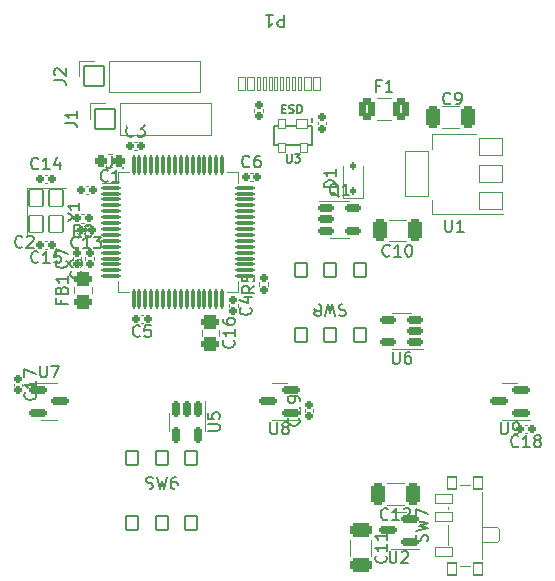
<source format=gbr>
%TF.GenerationSoftware,KiCad,Pcbnew,(7.0.0-0)*%
%TF.CreationDate,2023-03-25T02:40:01-05:00*%
%TF.ProjectId,RP2040_minimal,52503230-3430-45f6-9d69-6e696d616c2e,REV1*%
%TF.SameCoordinates,Original*%
%TF.FileFunction,Legend,Top*%
%TF.FilePolarity,Positive*%
%FSLAX46Y46*%
G04 Gerber Fmt 4.6, Leading zero omitted, Abs format (unit mm)*
G04 Created by KiCad (PCBNEW (7.0.0-0)) date 2023-03-25 02:40:01*
%MOMM*%
%LPD*%
G01*
G04 APERTURE LIST*
G04 Aperture macros list*
%AMRoundRect*
0 Rectangle with rounded corners*
0 $1 Rounding radius*
0 $2 $3 $4 $5 $6 $7 $8 $9 X,Y pos of 4 corners*
0 Add a 4 corners polygon primitive as box body*
4,1,4,$2,$3,$4,$5,$6,$7,$8,$9,$2,$3,0*
0 Add four circle primitives for the rounded corners*
1,1,$1+$1,$2,$3*
1,1,$1+$1,$4,$5*
1,1,$1+$1,$6,$7*
1,1,$1+$1,$8,$9*
0 Add four rect primitives between the rounded corners*
20,1,$1+$1,$2,$3,$4,$5,0*
20,1,$1+$1,$4,$5,$6,$7,0*
20,1,$1+$1,$6,$7,$8,$9,0*
20,1,$1+$1,$8,$9,$2,$3,0*%
G04 Aperture macros list end*
%ADD10C,0.150000*%
%ADD11C,0.120000*%
%ADD12RoundRect,0.201000X0.512500X0.150000X-0.512500X0.150000X-0.512500X-0.150000X0.512500X-0.150000X0*%
%ADD13RoundRect,0.301000X0.475000X-0.250000X0.475000X0.250000X-0.475000X0.250000X-0.475000X-0.250000X0*%
%ADD14RoundRect,0.276000X0.225000X0.250000X-0.225000X0.250000X-0.225000X-0.250000X0.225000X-0.250000X0*%
%ADD15RoundRect,0.201000X-0.512500X-0.150000X0.512500X-0.150000X0.512500X0.150000X-0.512500X0.150000X0*%
%ADD16RoundRect,0.051000X0.300000X0.575000X-0.300000X0.575000X-0.300000X-0.575000X0.300000X-0.575000X0*%
%ADD17RoundRect,0.051000X0.150000X0.575000X-0.150000X0.575000X-0.150000X-0.575000X0.150000X-0.575000X0*%
%ADD18O,1.102000X1.902000*%
%ADD19O,1.102000X2.302000*%
%ADD20RoundRect,0.191000X0.140000X0.170000X-0.140000X0.170000X-0.140000X-0.170000X0.140000X-0.170000X0*%
%ADD21RoundRect,0.051000X0.400000X-0.500000X0.400000X0.500000X-0.400000X0.500000X-0.400000X-0.500000X0*%
%ADD22C,1.002000*%
%ADD23RoundRect,0.051000X0.750000X-0.350000X0.750000X0.350000X-0.750000X0.350000X-0.750000X-0.350000X0*%
%ADD24RoundRect,0.201000X0.587500X0.150000X-0.587500X0.150000X-0.587500X-0.150000X0.587500X-0.150000X0*%
%ADD25RoundRect,0.051000X-0.600000X0.700000X-0.600000X-0.700000X0.600000X-0.700000X0.600000X0.700000X0*%
%ADD26RoundRect,0.050000X0.500000X0.350000X-0.500000X0.350000X-0.500000X-0.350000X0.500000X-0.350000X0*%
%ADD27RoundRect,0.050000X0.300000X0.350000X-0.300000X0.350000X-0.300000X-0.350000X0.300000X-0.350000X0*%
%ADD28RoundRect,0.301000X-0.325000X-0.650000X0.325000X-0.650000X0.325000X0.650000X-0.325000X0.650000X0*%
%ADD29RoundRect,0.191000X-0.170000X0.140000X-0.170000X-0.140000X0.170000X-0.140000X0.170000X0.140000X0*%
%ADD30RoundRect,0.301000X-0.650000X0.325000X-0.650000X-0.325000X0.650000X-0.325000X0.650000X0.325000X0*%
%ADD31RoundRect,0.051000X0.500000X0.600000X-0.500000X0.600000X-0.500000X-0.600000X0.500000X-0.600000X0*%
%ADD32RoundRect,0.051000X1.000000X0.750000X-1.000000X0.750000X-1.000000X-0.750000X1.000000X-0.750000X0*%
%ADD33RoundRect,0.051000X1.000000X1.900000X-1.000000X1.900000X-1.000000X-1.900000X1.000000X-1.900000X0*%
%ADD34RoundRect,0.191000X0.170000X-0.140000X0.170000X0.140000X-0.170000X0.140000X-0.170000X-0.140000X0*%
%ADD35RoundRect,0.301000X0.325000X0.650000X-0.325000X0.650000X-0.325000X-0.650000X0.325000X-0.650000X0*%
%ADD36RoundRect,0.051000X-0.500000X-0.600000X0.500000X-0.600000X0.500000X0.600000X-0.500000X0.600000X0*%
%ADD37RoundRect,0.191000X-0.140000X-0.170000X0.140000X-0.170000X0.140000X0.170000X-0.140000X0.170000X0*%
%ADD38RoundRect,0.051000X0.850000X-0.850000X0.850000X0.850000X-0.850000X0.850000X-0.850000X-0.850000X0*%
%ADD39O,1.802000X1.802000*%
%ADD40RoundRect,0.186000X0.135000X0.185000X-0.135000X0.185000X-0.135000X-0.185000X0.135000X-0.185000X0*%
%ADD41RoundRect,0.201000X-0.150000X0.512500X-0.150000X-0.512500X0.150000X-0.512500X0.150000X0.512500X0*%
%ADD42RoundRect,0.163500X0.112500X-0.187500X0.112500X0.187500X-0.112500X0.187500X-0.112500X-0.187500X0*%
%ADD43RoundRect,0.201000X-0.587500X-0.150000X0.587500X-0.150000X0.587500X0.150000X-0.587500X0.150000X0*%
%ADD44RoundRect,0.186000X0.185000X-0.135000X0.185000X0.135000X-0.185000X0.135000X-0.185000X-0.135000X0*%
%ADD45RoundRect,0.126000X-0.700000X-0.075000X0.700000X-0.075000X0.700000X0.075000X-0.700000X0.075000X0*%
%ADD46RoundRect,0.126000X-0.075000X-0.700000X0.075000X-0.700000X0.075000X0.700000X-0.075000X0.700000X0*%
%ADD47RoundRect,0.301000X-0.375000X-0.625000X0.375000X-0.625000X0.375000X0.625000X-0.375000X0.625000X0*%
%ADD48RoundRect,0.301000X-0.475000X0.250000X-0.475000X-0.250000X0.475000X-0.250000X0.475000X0.250000X0*%
%ADD49C,3.302000*%
%ADD50C,1.802000*%
G04 APERTURE END LIST*
D10*
%TO.C,U6*%
X9598095Y4202620D02*
X9598095Y3393096D01*
X9598095Y3393096D02*
X9645714Y3297858D01*
X9645714Y3297858D02*
X9693333Y3250239D01*
X9693333Y3250239D02*
X9788571Y3202620D01*
X9788571Y3202620D02*
X9979047Y3202620D01*
X9979047Y3202620D02*
X10074285Y3250239D01*
X10074285Y3250239D02*
X10121904Y3297858D01*
X10121904Y3297858D02*
X10169523Y3393096D01*
X10169523Y3393096D02*
X10169523Y4202620D01*
X11074285Y4202620D02*
X10883809Y4202620D01*
X10883809Y4202620D02*
X10788571Y4155000D01*
X10788571Y4155000D02*
X10740952Y4107381D01*
X10740952Y4107381D02*
X10645714Y3964524D01*
X10645714Y3964524D02*
X10598095Y3774048D01*
X10598095Y3774048D02*
X10598095Y3393096D01*
X10598095Y3393096D02*
X10645714Y3297858D01*
X10645714Y3297858D02*
X10693333Y3250239D01*
X10693333Y3250239D02*
X10788571Y3202620D01*
X10788571Y3202620D02*
X10979047Y3202620D01*
X10979047Y3202620D02*
X11074285Y3250239D01*
X11074285Y3250239D02*
X11121904Y3297858D01*
X11121904Y3297858D02*
X11169523Y3393096D01*
X11169523Y3393096D02*
X11169523Y3631191D01*
X11169523Y3631191D02*
X11121904Y3726429D01*
X11121904Y3726429D02*
X11074285Y3774048D01*
X11074285Y3774048D02*
X10979047Y3821667D01*
X10979047Y3821667D02*
X10788571Y3821667D01*
X10788571Y3821667D02*
X10693333Y3774048D01*
X10693333Y3774048D02*
X10645714Y3726429D01*
X10645714Y3726429D02*
X10598095Y3631191D01*
%TO.C,FB1*%
X-18466429Y8576667D02*
X-18466429Y8243334D01*
X-17942620Y8243334D02*
X-18942620Y8243334D01*
X-18942620Y8243334D02*
X-18942620Y8719524D01*
X-18466429Y9433810D02*
X-18418810Y9576667D01*
X-18418810Y9576667D02*
X-18371191Y9624286D01*
X-18371191Y9624286D02*
X-18275953Y9671905D01*
X-18275953Y9671905D02*
X-18133096Y9671905D01*
X-18133096Y9671905D02*
X-18037858Y9624286D01*
X-18037858Y9624286D02*
X-17990239Y9576667D01*
X-17990239Y9576667D02*
X-17942620Y9481429D01*
X-17942620Y9481429D02*
X-17942620Y9100477D01*
X-17942620Y9100477D02*
X-18942620Y9100477D01*
X-18942620Y9100477D02*
X-18942620Y9433810D01*
X-18942620Y9433810D02*
X-18895000Y9529048D01*
X-18895000Y9529048D02*
X-18847381Y9576667D01*
X-18847381Y9576667D02*
X-18752143Y9624286D01*
X-18752143Y9624286D02*
X-18656905Y9624286D01*
X-18656905Y9624286D02*
X-18561667Y9576667D01*
X-18561667Y9576667D02*
X-18514048Y9529048D01*
X-18514048Y9529048D02*
X-18466429Y9433810D01*
X-18466429Y9433810D02*
X-18466429Y9100477D01*
X-17942620Y10624286D02*
X-17942620Y10052858D01*
X-17942620Y10338572D02*
X-18942620Y10338572D01*
X-18942620Y10338572D02*
X-18799762Y10243334D01*
X-18799762Y10243334D02*
X-18704524Y10148096D01*
X-18704524Y10148096D02*
X-18656905Y10052858D01*
%TO.C,C1*%
X-14516667Y18697858D02*
X-14564286Y18650239D01*
X-14564286Y18650239D02*
X-14707143Y18602620D01*
X-14707143Y18602620D02*
X-14802381Y18602620D01*
X-14802381Y18602620D02*
X-14945238Y18650239D01*
X-14945238Y18650239D02*
X-15040476Y18745477D01*
X-15040476Y18745477D02*
X-15088095Y18840715D01*
X-15088095Y18840715D02*
X-15135714Y19031191D01*
X-15135714Y19031191D02*
X-15135714Y19174048D01*
X-15135714Y19174048D02*
X-15088095Y19364524D01*
X-15088095Y19364524D02*
X-15040476Y19459762D01*
X-15040476Y19459762D02*
X-14945238Y19555000D01*
X-14945238Y19555000D02*
X-14802381Y19602620D01*
X-14802381Y19602620D02*
X-14707143Y19602620D01*
X-14707143Y19602620D02*
X-14564286Y19555000D01*
X-14564286Y19555000D02*
X-14516667Y19507381D01*
X-13564286Y18602620D02*
X-14135714Y18602620D01*
X-13850000Y18602620D02*
X-13850000Y19602620D01*
X-13850000Y19602620D02*
X-13945238Y19459762D01*
X-13945238Y19459762D02*
X-14040476Y19364524D01*
X-14040476Y19364524D02*
X-14135714Y19316905D01*
%TO.C,Q1*%
X5012261Y17352381D02*
X4917023Y17400000D01*
X4917023Y17400000D02*
X4821785Y17495239D01*
X4821785Y17495239D02*
X4678928Y17638096D01*
X4678928Y17638096D02*
X4583690Y17685715D01*
X4583690Y17685715D02*
X4488452Y17685715D01*
X4536071Y17447620D02*
X4440833Y17495239D01*
X4440833Y17495239D02*
X4345595Y17590477D01*
X4345595Y17590477D02*
X4297976Y17780953D01*
X4297976Y17780953D02*
X4297976Y18114286D01*
X4297976Y18114286D02*
X4345595Y18304762D01*
X4345595Y18304762D02*
X4440833Y18400000D01*
X4440833Y18400000D02*
X4536071Y18447620D01*
X4536071Y18447620D02*
X4726547Y18447620D01*
X4726547Y18447620D02*
X4821785Y18400000D01*
X4821785Y18400000D02*
X4917023Y18304762D01*
X4917023Y18304762D02*
X4964642Y18114286D01*
X4964642Y18114286D02*
X4964642Y17780953D01*
X4964642Y17780953D02*
X4917023Y17590477D01*
X4917023Y17590477D02*
X4821785Y17495239D01*
X4821785Y17495239D02*
X4726547Y17447620D01*
X4726547Y17447620D02*
X4536071Y17447620D01*
X5917023Y17447620D02*
X5345595Y17447620D01*
X5631309Y17447620D02*
X5631309Y18447620D01*
X5631309Y18447620D02*
X5536071Y18304762D01*
X5536071Y18304762D02*
X5440833Y18209524D01*
X5440833Y18209524D02*
X5345595Y18161905D01*
%TO.C,P1*%
X388094Y32737381D02*
X388094Y31737381D01*
X388094Y31737381D02*
X7142Y31737381D01*
X7142Y31737381D02*
X-88096Y31785000D01*
X-88096Y31785000D02*
X-135715Y31832620D01*
X-135715Y31832620D02*
X-183334Y31927858D01*
X-183334Y31927858D02*
X-183334Y32070715D01*
X-183334Y32070715D02*
X-135715Y32165953D01*
X-135715Y32165953D02*
X-88096Y32213572D01*
X-88096Y32213572D02*
X7142Y32261191D01*
X7142Y32261191D02*
X388094Y32261191D01*
X-1135715Y32737381D02*
X-564287Y32737381D01*
X-850001Y32737381D02*
X-850001Y31737381D01*
X-850001Y31737381D02*
X-754763Y31880239D01*
X-754763Y31880239D02*
X-659525Y31975477D01*
X-659525Y31975477D02*
X-564287Y32023096D01*
%TO.C,C13*%
X-16992858Y13047858D02*
X-17040477Y13000239D01*
X-17040477Y13000239D02*
X-17183334Y12952620D01*
X-17183334Y12952620D02*
X-17278572Y12952620D01*
X-17278572Y12952620D02*
X-17421429Y13000239D01*
X-17421429Y13000239D02*
X-17516667Y13095477D01*
X-17516667Y13095477D02*
X-17564286Y13190715D01*
X-17564286Y13190715D02*
X-17611905Y13381191D01*
X-17611905Y13381191D02*
X-17611905Y13524048D01*
X-17611905Y13524048D02*
X-17564286Y13714524D01*
X-17564286Y13714524D02*
X-17516667Y13809762D01*
X-17516667Y13809762D02*
X-17421429Y13905000D01*
X-17421429Y13905000D02*
X-17278572Y13952620D01*
X-17278572Y13952620D02*
X-17183334Y13952620D01*
X-17183334Y13952620D02*
X-17040477Y13905000D01*
X-17040477Y13905000D02*
X-16992858Y13857381D01*
X-16040477Y12952620D02*
X-16611905Y12952620D01*
X-16326191Y12952620D02*
X-16326191Y13952620D01*
X-16326191Y13952620D02*
X-16421429Y13809762D01*
X-16421429Y13809762D02*
X-16516667Y13714524D01*
X-16516667Y13714524D02*
X-16611905Y13666905D01*
X-15707143Y13952620D02*
X-15088096Y13952620D01*
X-15088096Y13952620D02*
X-15421429Y13571667D01*
X-15421429Y13571667D02*
X-15278572Y13571667D01*
X-15278572Y13571667D02*
X-15183334Y13524048D01*
X-15183334Y13524048D02*
X-15135715Y13476429D01*
X-15135715Y13476429D02*
X-15088096Y13381191D01*
X-15088096Y13381191D02*
X-15088096Y13143096D01*
X-15088096Y13143096D02*
X-15135715Y13047858D01*
X-15135715Y13047858D02*
X-15183334Y13000239D01*
X-15183334Y13000239D02*
X-15278572Y12952620D01*
X-15278572Y12952620D02*
X-15564286Y12952620D01*
X-15564286Y12952620D02*
X-15659524Y13000239D01*
X-15659524Y13000239D02*
X-15707143Y13047858D01*
%TO.C,C5*%
X-11811667Y5567858D02*
X-11859286Y5520239D01*
X-11859286Y5520239D02*
X-12002143Y5472620D01*
X-12002143Y5472620D02*
X-12097381Y5472620D01*
X-12097381Y5472620D02*
X-12240238Y5520239D01*
X-12240238Y5520239D02*
X-12335476Y5615477D01*
X-12335476Y5615477D02*
X-12383095Y5710715D01*
X-12383095Y5710715D02*
X-12430714Y5901191D01*
X-12430714Y5901191D02*
X-12430714Y6044048D01*
X-12430714Y6044048D02*
X-12383095Y6234524D01*
X-12383095Y6234524D02*
X-12335476Y6329762D01*
X-12335476Y6329762D02*
X-12240238Y6425000D01*
X-12240238Y6425000D02*
X-12097381Y6472620D01*
X-12097381Y6472620D02*
X-12002143Y6472620D01*
X-12002143Y6472620D02*
X-11859286Y6425000D01*
X-11859286Y6425000D02*
X-11811667Y6377381D01*
X-10906905Y6472620D02*
X-11383095Y6472620D01*
X-11383095Y6472620D02*
X-11430714Y5996429D01*
X-11430714Y5996429D02*
X-11383095Y6044048D01*
X-11383095Y6044048D02*
X-11287857Y6091667D01*
X-11287857Y6091667D02*
X-11049762Y6091667D01*
X-11049762Y6091667D02*
X-10954524Y6044048D01*
X-10954524Y6044048D02*
X-10906905Y5996429D01*
X-10906905Y5996429D02*
X-10859286Y5901191D01*
X-10859286Y5901191D02*
X-10859286Y5663096D01*
X-10859286Y5663096D02*
X-10906905Y5567858D01*
X-10906905Y5567858D02*
X-10954524Y5520239D01*
X-10954524Y5520239D02*
X-11049762Y5472620D01*
X-11049762Y5472620D02*
X-11287857Y5472620D01*
X-11287857Y5472620D02*
X-11383095Y5520239D01*
X-11383095Y5520239D02*
X-11430714Y5567858D01*
%TO.C,SW7*%
X12499761Y-11853332D02*
X12547380Y-11710475D01*
X12547380Y-11710475D02*
X12547380Y-11472380D01*
X12547380Y-11472380D02*
X12499761Y-11377142D01*
X12499761Y-11377142D02*
X12452142Y-11329523D01*
X12452142Y-11329523D02*
X12356904Y-11281904D01*
X12356904Y-11281904D02*
X12261666Y-11281904D01*
X12261666Y-11281904D02*
X12166428Y-11329523D01*
X12166428Y-11329523D02*
X12118809Y-11377142D01*
X12118809Y-11377142D02*
X12071190Y-11472380D01*
X12071190Y-11472380D02*
X12023571Y-11662856D01*
X12023571Y-11662856D02*
X11975952Y-11758094D01*
X11975952Y-11758094D02*
X11928333Y-11805713D01*
X11928333Y-11805713D02*
X11833095Y-11853332D01*
X11833095Y-11853332D02*
X11737857Y-11853332D01*
X11737857Y-11853332D02*
X11642619Y-11805713D01*
X11642619Y-11805713D02*
X11595000Y-11758094D01*
X11595000Y-11758094D02*
X11547380Y-11662856D01*
X11547380Y-11662856D02*
X11547380Y-11424761D01*
X11547380Y-11424761D02*
X11595000Y-11281904D01*
X11547380Y-10948570D02*
X12547380Y-10710475D01*
X12547380Y-10710475D02*
X11833095Y-10519999D01*
X11833095Y-10519999D02*
X12547380Y-10329523D01*
X12547380Y-10329523D02*
X11547380Y-10091428D01*
X11547380Y-9805713D02*
X11547380Y-9139047D01*
X11547380Y-9139047D02*
X12547380Y-9567618D01*
%TO.C,U9*%
X18738095Y-1767380D02*
X18738095Y-2576904D01*
X18738095Y-2576904D02*
X18785714Y-2672142D01*
X18785714Y-2672142D02*
X18833333Y-2719761D01*
X18833333Y-2719761D02*
X18928571Y-2767380D01*
X18928571Y-2767380D02*
X19119047Y-2767380D01*
X19119047Y-2767380D02*
X19214285Y-2719761D01*
X19214285Y-2719761D02*
X19261904Y-2672142D01*
X19261904Y-2672142D02*
X19309523Y-2576904D01*
X19309523Y-2576904D02*
X19309523Y-1767380D01*
X19833333Y-2767380D02*
X20023809Y-2767380D01*
X20023809Y-2767380D02*
X20119047Y-2719761D01*
X20119047Y-2719761D02*
X20166666Y-2672142D01*
X20166666Y-2672142D02*
X20261904Y-2529285D01*
X20261904Y-2529285D02*
X20309523Y-2338809D01*
X20309523Y-2338809D02*
X20309523Y-1957857D01*
X20309523Y-1957857D02*
X20261904Y-1862619D01*
X20261904Y-1862619D02*
X20214285Y-1815000D01*
X20214285Y-1815000D02*
X20119047Y-1767380D01*
X20119047Y-1767380D02*
X19928571Y-1767380D01*
X19928571Y-1767380D02*
X19833333Y-1815000D01*
X19833333Y-1815000D02*
X19785714Y-1862619D01*
X19785714Y-1862619D02*
X19738095Y-1957857D01*
X19738095Y-1957857D02*
X19738095Y-2195952D01*
X19738095Y-2195952D02*
X19785714Y-2291190D01*
X19785714Y-2291190D02*
X19833333Y-2338809D01*
X19833333Y-2338809D02*
X19928571Y-2386428D01*
X19928571Y-2386428D02*
X20119047Y-2386428D01*
X20119047Y-2386428D02*
X20214285Y-2338809D01*
X20214285Y-2338809D02*
X20261904Y-2291190D01*
X20261904Y-2291190D02*
X20309523Y-2195952D01*
%TO.C,U2*%
X9338095Y-12677380D02*
X9338095Y-13486904D01*
X9338095Y-13486904D02*
X9385714Y-13582142D01*
X9385714Y-13582142D02*
X9433333Y-13629761D01*
X9433333Y-13629761D02*
X9528571Y-13677380D01*
X9528571Y-13677380D02*
X9719047Y-13677380D01*
X9719047Y-13677380D02*
X9814285Y-13629761D01*
X9814285Y-13629761D02*
X9861904Y-13582142D01*
X9861904Y-13582142D02*
X9909523Y-13486904D01*
X9909523Y-13486904D02*
X9909523Y-12677380D01*
X10338095Y-12772619D02*
X10385714Y-12725000D01*
X10385714Y-12725000D02*
X10480952Y-12677380D01*
X10480952Y-12677380D02*
X10719047Y-12677380D01*
X10719047Y-12677380D02*
X10814285Y-12725000D01*
X10814285Y-12725000D02*
X10861904Y-12772619D01*
X10861904Y-12772619D02*
X10909523Y-12867857D01*
X10909523Y-12867857D02*
X10909523Y-12963095D01*
X10909523Y-12963095D02*
X10861904Y-13105952D01*
X10861904Y-13105952D02*
X10290476Y-13677380D01*
X10290476Y-13677380D02*
X10909523Y-13677380D01*
%TO.C,Y1*%
X-17418810Y15628810D02*
X-16942620Y15628810D01*
X-17942620Y15295477D02*
X-17418810Y15628810D01*
X-17418810Y15628810D02*
X-17942620Y15962143D01*
X-16942620Y16819286D02*
X-16942620Y16247858D01*
X-16942620Y16533572D02*
X-17942620Y16533572D01*
X-17942620Y16533572D02*
X-17799762Y16438334D01*
X-17799762Y16438334D02*
X-17704524Y16343096D01*
X-17704524Y16343096D02*
X-17656905Y16247858D01*
%TO.C,U3*%
X626666Y20922834D02*
X626666Y20356167D01*
X626666Y20356167D02*
X660000Y20289500D01*
X660000Y20289500D02*
X693333Y20256167D01*
X693333Y20256167D02*
X760000Y20222834D01*
X760000Y20222834D02*
X893333Y20222834D01*
X893333Y20222834D02*
X960000Y20256167D01*
X960000Y20256167D02*
X993333Y20289500D01*
X993333Y20289500D02*
X1026666Y20356167D01*
X1026666Y20356167D02*
X1026666Y20922834D01*
X1293333Y20922834D02*
X1726666Y20922834D01*
X1726666Y20922834D02*
X1493333Y20656167D01*
X1493333Y20656167D02*
X1593333Y20656167D01*
X1593333Y20656167D02*
X1659999Y20622834D01*
X1659999Y20622834D02*
X1693333Y20589500D01*
X1693333Y20589500D02*
X1726666Y20522834D01*
X1726666Y20522834D02*
X1726666Y20356167D01*
X1726666Y20356167D02*
X1693333Y20289500D01*
X1693333Y20289500D02*
X1659999Y20256167D01*
X1659999Y20256167D02*
X1593333Y20222834D01*
X1593333Y20222834D02*
X1393333Y20222834D01*
X1393333Y20222834D02*
X1326666Y20256167D01*
X1326666Y20256167D02*
X1293333Y20289500D01*
X211666Y24784500D02*
X445000Y24784500D01*
X545000Y24417834D02*
X211666Y24417834D01*
X211666Y24417834D02*
X211666Y25117834D01*
X211666Y25117834D02*
X545000Y25117834D01*
X811666Y24451167D02*
X911666Y24417834D01*
X911666Y24417834D02*
X1078333Y24417834D01*
X1078333Y24417834D02*
X1144999Y24451167D01*
X1144999Y24451167D02*
X1178333Y24484500D01*
X1178333Y24484500D02*
X1211666Y24551167D01*
X1211666Y24551167D02*
X1211666Y24617834D01*
X1211666Y24617834D02*
X1178333Y24684500D01*
X1178333Y24684500D02*
X1144999Y24717834D01*
X1144999Y24717834D02*
X1078333Y24751167D01*
X1078333Y24751167D02*
X944999Y24784500D01*
X944999Y24784500D02*
X878333Y24817834D01*
X878333Y24817834D02*
X844999Y24851167D01*
X844999Y24851167D02*
X811666Y24917834D01*
X811666Y24917834D02*
X811666Y24984500D01*
X811666Y24984500D02*
X844999Y25051167D01*
X844999Y25051167D02*
X878333Y25084500D01*
X878333Y25084500D02*
X944999Y25117834D01*
X944999Y25117834D02*
X1111666Y25117834D01*
X1111666Y25117834D02*
X1211666Y25084500D01*
X1511666Y24417834D02*
X1511666Y25117834D01*
X1511666Y25117834D02*
X1678333Y25117834D01*
X1678333Y25117834D02*
X1778333Y25084500D01*
X1778333Y25084500D02*
X1845000Y25017834D01*
X1845000Y25017834D02*
X1878333Y24951167D01*
X1878333Y24951167D02*
X1911666Y24817834D01*
X1911666Y24817834D02*
X1911666Y24717834D01*
X1911666Y24717834D02*
X1878333Y24584500D01*
X1878333Y24584500D02*
X1845000Y24517834D01*
X1845000Y24517834D02*
X1778333Y24451167D01*
X1778333Y24451167D02*
X1678333Y24417834D01*
X1678333Y24417834D02*
X1511666Y24417834D01*
%TO.C,C9*%
X14463333Y25237858D02*
X14415714Y25190239D01*
X14415714Y25190239D02*
X14272857Y25142620D01*
X14272857Y25142620D02*
X14177619Y25142620D01*
X14177619Y25142620D02*
X14034762Y25190239D01*
X14034762Y25190239D02*
X13939524Y25285477D01*
X13939524Y25285477D02*
X13891905Y25380715D01*
X13891905Y25380715D02*
X13844286Y25571191D01*
X13844286Y25571191D02*
X13844286Y25714048D01*
X13844286Y25714048D02*
X13891905Y25904524D01*
X13891905Y25904524D02*
X13939524Y25999762D01*
X13939524Y25999762D02*
X14034762Y26095000D01*
X14034762Y26095000D02*
X14177619Y26142620D01*
X14177619Y26142620D02*
X14272857Y26142620D01*
X14272857Y26142620D02*
X14415714Y26095000D01*
X14415714Y26095000D02*
X14463333Y26047381D01*
X14939524Y25142620D02*
X15130000Y25142620D01*
X15130000Y25142620D02*
X15225238Y25190239D01*
X15225238Y25190239D02*
X15272857Y25237858D01*
X15272857Y25237858D02*
X15368095Y25380715D01*
X15368095Y25380715D02*
X15415714Y25571191D01*
X15415714Y25571191D02*
X15415714Y25952143D01*
X15415714Y25952143D02*
X15368095Y26047381D01*
X15368095Y26047381D02*
X15320476Y26095000D01*
X15320476Y26095000D02*
X15225238Y26142620D01*
X15225238Y26142620D02*
X15034762Y26142620D01*
X15034762Y26142620D02*
X14939524Y26095000D01*
X14939524Y26095000D02*
X14891905Y26047381D01*
X14891905Y26047381D02*
X14844286Y25952143D01*
X14844286Y25952143D02*
X14844286Y25714048D01*
X14844286Y25714048D02*
X14891905Y25618810D01*
X14891905Y25618810D02*
X14939524Y25571191D01*
X14939524Y25571191D02*
X15034762Y25523572D01*
X15034762Y25523572D02*
X15225238Y25523572D01*
X15225238Y25523572D02*
X15320476Y25571191D01*
X15320476Y25571191D02*
X15368095Y25618810D01*
X15368095Y25618810D02*
X15415714Y25714048D01*
%TO.C,C2*%
X-21756667Y13117858D02*
X-21804286Y13070239D01*
X-21804286Y13070239D02*
X-21947143Y13022620D01*
X-21947143Y13022620D02*
X-22042381Y13022620D01*
X-22042381Y13022620D02*
X-22185238Y13070239D01*
X-22185238Y13070239D02*
X-22280476Y13165477D01*
X-22280476Y13165477D02*
X-22328095Y13260715D01*
X-22328095Y13260715D02*
X-22375714Y13451191D01*
X-22375714Y13451191D02*
X-22375714Y13594048D01*
X-22375714Y13594048D02*
X-22328095Y13784524D01*
X-22328095Y13784524D02*
X-22280476Y13879762D01*
X-22280476Y13879762D02*
X-22185238Y13975000D01*
X-22185238Y13975000D02*
X-22042381Y14022620D01*
X-22042381Y14022620D02*
X-21947143Y14022620D01*
X-21947143Y14022620D02*
X-21804286Y13975000D01*
X-21804286Y13975000D02*
X-21756667Y13927381D01*
X-21375714Y13927381D02*
X-21328095Y13975000D01*
X-21328095Y13975000D02*
X-21232857Y14022620D01*
X-21232857Y14022620D02*
X-20994762Y14022620D01*
X-20994762Y14022620D02*
X-20899524Y13975000D01*
X-20899524Y13975000D02*
X-20851905Y13927381D01*
X-20851905Y13927381D02*
X-20804286Y13832143D01*
X-20804286Y13832143D02*
X-20804286Y13736905D01*
X-20804286Y13736905D02*
X-20851905Y13594048D01*
X-20851905Y13594048D02*
X-21423333Y13022620D01*
X-21423333Y13022620D02*
X-20804286Y13022620D01*
%TO.C,C11*%
X8994642Y-13042857D02*
X9042261Y-13090476D01*
X9042261Y-13090476D02*
X9089880Y-13233333D01*
X9089880Y-13233333D02*
X9089880Y-13328571D01*
X9089880Y-13328571D02*
X9042261Y-13471428D01*
X9042261Y-13471428D02*
X8947023Y-13566666D01*
X8947023Y-13566666D02*
X8851785Y-13614285D01*
X8851785Y-13614285D02*
X8661309Y-13661904D01*
X8661309Y-13661904D02*
X8518452Y-13661904D01*
X8518452Y-13661904D02*
X8327976Y-13614285D01*
X8327976Y-13614285D02*
X8232738Y-13566666D01*
X8232738Y-13566666D02*
X8137500Y-13471428D01*
X8137500Y-13471428D02*
X8089880Y-13328571D01*
X8089880Y-13328571D02*
X8089880Y-13233333D01*
X8089880Y-13233333D02*
X8137500Y-13090476D01*
X8137500Y-13090476D02*
X8185119Y-13042857D01*
X9089880Y-12090476D02*
X9089880Y-12661904D01*
X9089880Y-12376190D02*
X8089880Y-12376190D01*
X8089880Y-12376190D02*
X8232738Y-12471428D01*
X8232738Y-12471428D02*
X8327976Y-12566666D01*
X8327976Y-12566666D02*
X8375595Y-12661904D01*
X9089880Y-11138095D02*
X9089880Y-11709523D01*
X9089880Y-11423809D02*
X8089880Y-11423809D01*
X8089880Y-11423809D02*
X8232738Y-11519047D01*
X8232738Y-11519047D02*
X8327976Y-11614285D01*
X8327976Y-11614285D02*
X8375595Y-11709523D01*
%TO.C,SW8*%
X5633332Y8189762D02*
X5490475Y8237381D01*
X5490475Y8237381D02*
X5252380Y8237381D01*
X5252380Y8237381D02*
X5157142Y8189762D01*
X5157142Y8189762D02*
X5109523Y8142143D01*
X5109523Y8142143D02*
X5061904Y8046905D01*
X5061904Y8046905D02*
X5061904Y7951667D01*
X5061904Y7951667D02*
X5109523Y7856429D01*
X5109523Y7856429D02*
X5157142Y7808810D01*
X5157142Y7808810D02*
X5252380Y7761191D01*
X5252380Y7761191D02*
X5442856Y7713572D01*
X5442856Y7713572D02*
X5538094Y7665953D01*
X5538094Y7665953D02*
X5585713Y7618334D01*
X5585713Y7618334D02*
X5633332Y7523096D01*
X5633332Y7523096D02*
X5633332Y7427858D01*
X5633332Y7427858D02*
X5585713Y7332620D01*
X5585713Y7332620D02*
X5538094Y7285000D01*
X5538094Y7285000D02*
X5442856Y7237381D01*
X5442856Y7237381D02*
X5204761Y7237381D01*
X5204761Y7237381D02*
X5061904Y7285000D01*
X4728570Y7237381D02*
X4490475Y8237381D01*
X4490475Y8237381D02*
X4299999Y7523096D01*
X4299999Y7523096D02*
X4109523Y8237381D01*
X4109523Y8237381D02*
X3871428Y7237381D01*
X3347618Y7665953D02*
X3442856Y7618334D01*
X3442856Y7618334D02*
X3490475Y7570715D01*
X3490475Y7570715D02*
X3538094Y7475477D01*
X3538094Y7475477D02*
X3538094Y7427858D01*
X3538094Y7427858D02*
X3490475Y7332620D01*
X3490475Y7332620D02*
X3442856Y7285000D01*
X3442856Y7285000D02*
X3347618Y7237381D01*
X3347618Y7237381D02*
X3157142Y7237381D01*
X3157142Y7237381D02*
X3061904Y7285000D01*
X3061904Y7285000D02*
X3014285Y7332620D01*
X3014285Y7332620D02*
X2966666Y7427858D01*
X2966666Y7427858D02*
X2966666Y7475477D01*
X2966666Y7475477D02*
X3014285Y7570715D01*
X3014285Y7570715D02*
X3061904Y7618334D01*
X3061904Y7618334D02*
X3157142Y7665953D01*
X3157142Y7665953D02*
X3347618Y7665953D01*
X3347618Y7665953D02*
X3442856Y7713572D01*
X3442856Y7713572D02*
X3490475Y7761191D01*
X3490475Y7761191D02*
X3538094Y7856429D01*
X3538094Y7856429D02*
X3538094Y8046905D01*
X3538094Y8046905D02*
X3490475Y8142143D01*
X3490475Y8142143D02*
X3442856Y8189762D01*
X3442856Y8189762D02*
X3347618Y8237381D01*
X3347618Y8237381D02*
X3157142Y8237381D01*
X3157142Y8237381D02*
X3061904Y8189762D01*
X3061904Y8189762D02*
X3014285Y8142143D01*
X3014285Y8142143D02*
X2966666Y8046905D01*
X2966666Y8046905D02*
X2966666Y7856429D01*
X2966666Y7856429D02*
X3014285Y7761191D01*
X3014285Y7761191D02*
X3061904Y7713572D01*
X3061904Y7713572D02*
X3157142Y7665953D01*
%TO.C,U1*%
X14028095Y15372620D02*
X14028095Y14563096D01*
X14028095Y14563096D02*
X14075714Y14467858D01*
X14075714Y14467858D02*
X14123333Y14420239D01*
X14123333Y14420239D02*
X14218571Y14372620D01*
X14218571Y14372620D02*
X14409047Y14372620D01*
X14409047Y14372620D02*
X14504285Y14420239D01*
X14504285Y14420239D02*
X14551904Y14467858D01*
X14551904Y14467858D02*
X14599523Y14563096D01*
X14599523Y14563096D02*
X14599523Y15372620D01*
X15599523Y14372620D02*
X15028095Y14372620D01*
X15313809Y14372620D02*
X15313809Y15372620D01*
X15313809Y15372620D02*
X15218571Y15229762D01*
X15218571Y15229762D02*
X15123333Y15134524D01*
X15123333Y15134524D02*
X15028095Y15086905D01*
%TO.C,C17*%
X-20687858Y767143D02*
X-20640239Y719524D01*
X-20640239Y719524D02*
X-20592620Y576667D01*
X-20592620Y576667D02*
X-20592620Y481429D01*
X-20592620Y481429D02*
X-20640239Y338572D01*
X-20640239Y338572D02*
X-20735477Y243334D01*
X-20735477Y243334D02*
X-20830715Y195715D01*
X-20830715Y195715D02*
X-21021191Y148096D01*
X-21021191Y148096D02*
X-21164048Y148096D01*
X-21164048Y148096D02*
X-21354524Y195715D01*
X-21354524Y195715D02*
X-21449762Y243334D01*
X-21449762Y243334D02*
X-21545000Y338572D01*
X-21545000Y338572D02*
X-21592620Y481429D01*
X-21592620Y481429D02*
X-21592620Y576667D01*
X-21592620Y576667D02*
X-21545000Y719524D01*
X-21545000Y719524D02*
X-21497381Y767143D01*
X-20592620Y1719524D02*
X-20592620Y1148096D01*
X-20592620Y1433810D02*
X-21592620Y1433810D01*
X-21592620Y1433810D02*
X-21449762Y1338572D01*
X-21449762Y1338572D02*
X-21354524Y1243334D01*
X-21354524Y1243334D02*
X-21306905Y1148096D01*
X-21592620Y2052858D02*
X-21592620Y2719524D01*
X-21592620Y2719524D02*
X-20592620Y2290953D01*
%TO.C,C8*%
X-16817858Y11023334D02*
X-16770239Y10975715D01*
X-16770239Y10975715D02*
X-16722620Y10832858D01*
X-16722620Y10832858D02*
X-16722620Y10737620D01*
X-16722620Y10737620D02*
X-16770239Y10594763D01*
X-16770239Y10594763D02*
X-16865477Y10499525D01*
X-16865477Y10499525D02*
X-16960715Y10451906D01*
X-16960715Y10451906D02*
X-17151191Y10404287D01*
X-17151191Y10404287D02*
X-17294048Y10404287D01*
X-17294048Y10404287D02*
X-17484524Y10451906D01*
X-17484524Y10451906D02*
X-17579762Y10499525D01*
X-17579762Y10499525D02*
X-17675000Y10594763D01*
X-17675000Y10594763D02*
X-17722620Y10737620D01*
X-17722620Y10737620D02*
X-17722620Y10832858D01*
X-17722620Y10832858D02*
X-17675000Y10975715D01*
X-17675000Y10975715D02*
X-17627381Y11023334D01*
X-17294048Y11594763D02*
X-17341667Y11499525D01*
X-17341667Y11499525D02*
X-17389286Y11451906D01*
X-17389286Y11451906D02*
X-17484524Y11404287D01*
X-17484524Y11404287D02*
X-17532143Y11404287D01*
X-17532143Y11404287D02*
X-17627381Y11451906D01*
X-17627381Y11451906D02*
X-17675000Y11499525D01*
X-17675000Y11499525D02*
X-17722620Y11594763D01*
X-17722620Y11594763D02*
X-17722620Y11785239D01*
X-17722620Y11785239D02*
X-17675000Y11880477D01*
X-17675000Y11880477D02*
X-17627381Y11928096D01*
X-17627381Y11928096D02*
X-17532143Y11975715D01*
X-17532143Y11975715D02*
X-17484524Y11975715D01*
X-17484524Y11975715D02*
X-17389286Y11928096D01*
X-17389286Y11928096D02*
X-17341667Y11880477D01*
X-17341667Y11880477D02*
X-17294048Y11785239D01*
X-17294048Y11785239D02*
X-17294048Y11594763D01*
X-17294048Y11594763D02*
X-17246429Y11499525D01*
X-17246429Y11499525D02*
X-17198810Y11451906D01*
X-17198810Y11451906D02*
X-17103572Y11404287D01*
X-17103572Y11404287D02*
X-16913096Y11404287D01*
X-16913096Y11404287D02*
X-16817858Y11451906D01*
X-16817858Y11451906D02*
X-16770239Y11499525D01*
X-16770239Y11499525D02*
X-16722620Y11594763D01*
X-16722620Y11594763D02*
X-16722620Y11785239D01*
X-16722620Y11785239D02*
X-16770239Y11880477D01*
X-16770239Y11880477D02*
X-16817858Y11928096D01*
X-16817858Y11928096D02*
X-16913096Y11975715D01*
X-16913096Y11975715D02*
X-17103572Y11975715D01*
X-17103572Y11975715D02*
X-17198810Y11928096D01*
X-17198810Y11928096D02*
X-17246429Y11880477D01*
X-17246429Y11880477D02*
X-17294048Y11785239D01*
%TO.C,C10*%
X9337142Y12367858D02*
X9289523Y12320239D01*
X9289523Y12320239D02*
X9146666Y12272620D01*
X9146666Y12272620D02*
X9051428Y12272620D01*
X9051428Y12272620D02*
X8908571Y12320239D01*
X8908571Y12320239D02*
X8813333Y12415477D01*
X8813333Y12415477D02*
X8765714Y12510715D01*
X8765714Y12510715D02*
X8718095Y12701191D01*
X8718095Y12701191D02*
X8718095Y12844048D01*
X8718095Y12844048D02*
X8765714Y13034524D01*
X8765714Y13034524D02*
X8813333Y13129762D01*
X8813333Y13129762D02*
X8908571Y13225000D01*
X8908571Y13225000D02*
X9051428Y13272620D01*
X9051428Y13272620D02*
X9146666Y13272620D01*
X9146666Y13272620D02*
X9289523Y13225000D01*
X9289523Y13225000D02*
X9337142Y13177381D01*
X10289523Y12272620D02*
X9718095Y12272620D01*
X10003809Y12272620D02*
X10003809Y13272620D01*
X10003809Y13272620D02*
X9908571Y13129762D01*
X9908571Y13129762D02*
X9813333Y13034524D01*
X9813333Y13034524D02*
X9718095Y12986905D01*
X10908571Y13272620D02*
X11003809Y13272620D01*
X11003809Y13272620D02*
X11099047Y13225000D01*
X11099047Y13225000D02*
X11146666Y13177381D01*
X11146666Y13177381D02*
X11194285Y13082143D01*
X11194285Y13082143D02*
X11241904Y12891667D01*
X11241904Y12891667D02*
X11241904Y12653572D01*
X11241904Y12653572D02*
X11194285Y12463096D01*
X11194285Y12463096D02*
X11146666Y12367858D01*
X11146666Y12367858D02*
X11099047Y12320239D01*
X11099047Y12320239D02*
X11003809Y12272620D01*
X11003809Y12272620D02*
X10908571Y12272620D01*
X10908571Y12272620D02*
X10813333Y12320239D01*
X10813333Y12320239D02*
X10765714Y12367858D01*
X10765714Y12367858D02*
X10718095Y12463096D01*
X10718095Y12463096D02*
X10670476Y12653572D01*
X10670476Y12653572D02*
X10670476Y12891667D01*
X10670476Y12891667D02*
X10718095Y13082143D01*
X10718095Y13082143D02*
X10765714Y13177381D01*
X10765714Y13177381D02*
X10813333Y13225000D01*
X10813333Y13225000D02*
X10908571Y13272620D01*
%TO.C,SW6*%
X-11293333Y-7369761D02*
X-11150476Y-7417380D01*
X-11150476Y-7417380D02*
X-10912381Y-7417380D01*
X-10912381Y-7417380D02*
X-10817143Y-7369761D01*
X-10817143Y-7369761D02*
X-10769524Y-7322142D01*
X-10769524Y-7322142D02*
X-10721905Y-7226904D01*
X-10721905Y-7226904D02*
X-10721905Y-7131666D01*
X-10721905Y-7131666D02*
X-10769524Y-7036428D01*
X-10769524Y-7036428D02*
X-10817143Y-6988809D01*
X-10817143Y-6988809D02*
X-10912381Y-6941190D01*
X-10912381Y-6941190D02*
X-11102857Y-6893571D01*
X-11102857Y-6893571D02*
X-11198095Y-6845952D01*
X-11198095Y-6845952D02*
X-11245714Y-6798333D01*
X-11245714Y-6798333D02*
X-11293333Y-6703095D01*
X-11293333Y-6703095D02*
X-11293333Y-6607857D01*
X-11293333Y-6607857D02*
X-11245714Y-6512619D01*
X-11245714Y-6512619D02*
X-11198095Y-6465000D01*
X-11198095Y-6465000D02*
X-11102857Y-6417380D01*
X-11102857Y-6417380D02*
X-10864762Y-6417380D01*
X-10864762Y-6417380D02*
X-10721905Y-6465000D01*
X-10388571Y-6417380D02*
X-10150476Y-7417380D01*
X-10150476Y-7417380D02*
X-9960000Y-6703095D01*
X-9960000Y-6703095D02*
X-9769524Y-7417380D01*
X-9769524Y-7417380D02*
X-9531428Y-6417380D01*
X-8721905Y-6417380D02*
X-8912381Y-6417380D01*
X-8912381Y-6417380D02*
X-9007619Y-6465000D01*
X-9007619Y-6465000D02*
X-9055238Y-6512619D01*
X-9055238Y-6512619D02*
X-9150476Y-6655476D01*
X-9150476Y-6655476D02*
X-9198095Y-6845952D01*
X-9198095Y-6845952D02*
X-9198095Y-7226904D01*
X-9198095Y-7226904D02*
X-9150476Y-7322142D01*
X-9150476Y-7322142D02*
X-9102857Y-7369761D01*
X-9102857Y-7369761D02*
X-9007619Y-7417380D01*
X-9007619Y-7417380D02*
X-8817143Y-7417380D01*
X-8817143Y-7417380D02*
X-8721905Y-7369761D01*
X-8721905Y-7369761D02*
X-8674286Y-7322142D01*
X-8674286Y-7322142D02*
X-8626667Y-7226904D01*
X-8626667Y-7226904D02*
X-8626667Y-6988809D01*
X-8626667Y-6988809D02*
X-8674286Y-6893571D01*
X-8674286Y-6893571D02*
X-8721905Y-6845952D01*
X-8721905Y-6845952D02*
X-8817143Y-6798333D01*
X-8817143Y-6798333D02*
X-9007619Y-6798333D01*
X-9007619Y-6798333D02*
X-9102857Y-6845952D01*
X-9102857Y-6845952D02*
X-9150476Y-6893571D01*
X-9150476Y-6893571D02*
X-9198095Y-6988809D01*
%TO.C,C3*%
X-12361667Y22517858D02*
X-12409286Y22470239D01*
X-12409286Y22470239D02*
X-12552143Y22422620D01*
X-12552143Y22422620D02*
X-12647381Y22422620D01*
X-12647381Y22422620D02*
X-12790238Y22470239D01*
X-12790238Y22470239D02*
X-12885476Y22565477D01*
X-12885476Y22565477D02*
X-12933095Y22660715D01*
X-12933095Y22660715D02*
X-12980714Y22851191D01*
X-12980714Y22851191D02*
X-12980714Y22994048D01*
X-12980714Y22994048D02*
X-12933095Y23184524D01*
X-12933095Y23184524D02*
X-12885476Y23279762D01*
X-12885476Y23279762D02*
X-12790238Y23375000D01*
X-12790238Y23375000D02*
X-12647381Y23422620D01*
X-12647381Y23422620D02*
X-12552143Y23422620D01*
X-12552143Y23422620D02*
X-12409286Y23375000D01*
X-12409286Y23375000D02*
X-12361667Y23327381D01*
X-12028333Y23422620D02*
X-11409286Y23422620D01*
X-11409286Y23422620D02*
X-11742619Y23041667D01*
X-11742619Y23041667D02*
X-11599762Y23041667D01*
X-11599762Y23041667D02*
X-11504524Y22994048D01*
X-11504524Y22994048D02*
X-11456905Y22946429D01*
X-11456905Y22946429D02*
X-11409286Y22851191D01*
X-11409286Y22851191D02*
X-11409286Y22613096D01*
X-11409286Y22613096D02*
X-11456905Y22517858D01*
X-11456905Y22517858D02*
X-11504524Y22470239D01*
X-11504524Y22470239D02*
X-11599762Y22422620D01*
X-11599762Y22422620D02*
X-11885476Y22422620D01*
X-11885476Y22422620D02*
X-11980714Y22470239D01*
X-11980714Y22470239D02*
X-12028333Y22517858D01*
%TO.C,J2*%
X-19082620Y27191667D02*
X-18368334Y27191667D01*
X-18368334Y27191667D02*
X-18225477Y27144048D01*
X-18225477Y27144048D02*
X-18130239Y27048810D01*
X-18130239Y27048810D02*
X-18082620Y26905953D01*
X-18082620Y26905953D02*
X-18082620Y26810715D01*
X-18987381Y27620239D02*
X-19035000Y27667858D01*
X-19035000Y27667858D02*
X-19082620Y27763096D01*
X-19082620Y27763096D02*
X-19082620Y28001191D01*
X-19082620Y28001191D02*
X-19035000Y28096429D01*
X-19035000Y28096429D02*
X-18987381Y28144048D01*
X-18987381Y28144048D02*
X-18892143Y28191667D01*
X-18892143Y28191667D02*
X-18796905Y28191667D01*
X-18796905Y28191667D02*
X-18654048Y28144048D01*
X-18654048Y28144048D02*
X-18082620Y27572620D01*
X-18082620Y27572620D02*
X-18082620Y28191667D01*
%TO.C,R8*%
X-16826667Y13952620D02*
X-17160000Y14428810D01*
X-17398095Y13952620D02*
X-17398095Y14952620D01*
X-17398095Y14952620D02*
X-17017143Y14952620D01*
X-17017143Y14952620D02*
X-16921905Y14905000D01*
X-16921905Y14905000D02*
X-16874286Y14857381D01*
X-16874286Y14857381D02*
X-16826667Y14762143D01*
X-16826667Y14762143D02*
X-16826667Y14619286D01*
X-16826667Y14619286D02*
X-16874286Y14524048D01*
X-16874286Y14524048D02*
X-16921905Y14476429D01*
X-16921905Y14476429D02*
X-17017143Y14428810D01*
X-17017143Y14428810D02*
X-17398095Y14428810D01*
X-16255238Y14524048D02*
X-16350476Y14571667D01*
X-16350476Y14571667D02*
X-16398095Y14619286D01*
X-16398095Y14619286D02*
X-16445714Y14714524D01*
X-16445714Y14714524D02*
X-16445714Y14762143D01*
X-16445714Y14762143D02*
X-16398095Y14857381D01*
X-16398095Y14857381D02*
X-16350476Y14905000D01*
X-16350476Y14905000D02*
X-16255238Y14952620D01*
X-16255238Y14952620D02*
X-16064762Y14952620D01*
X-16064762Y14952620D02*
X-15969524Y14905000D01*
X-15969524Y14905000D02*
X-15921905Y14857381D01*
X-15921905Y14857381D02*
X-15874286Y14762143D01*
X-15874286Y14762143D02*
X-15874286Y14714524D01*
X-15874286Y14714524D02*
X-15921905Y14619286D01*
X-15921905Y14619286D02*
X-15969524Y14571667D01*
X-15969524Y14571667D02*
X-16064762Y14524048D01*
X-16064762Y14524048D02*
X-16255238Y14524048D01*
X-16255238Y14524048D02*
X-16350476Y14476429D01*
X-16350476Y14476429D02*
X-16398095Y14428810D01*
X-16398095Y14428810D02*
X-16445714Y14333572D01*
X-16445714Y14333572D02*
X-16445714Y14143096D01*
X-16445714Y14143096D02*
X-16398095Y14047858D01*
X-16398095Y14047858D02*
X-16350476Y14000239D01*
X-16350476Y14000239D02*
X-16255238Y13952620D01*
X-16255238Y13952620D02*
X-16064762Y13952620D01*
X-16064762Y13952620D02*
X-15969524Y14000239D01*
X-15969524Y14000239D02*
X-15921905Y14047858D01*
X-15921905Y14047858D02*
X-15874286Y14143096D01*
X-15874286Y14143096D02*
X-15874286Y14333572D01*
X-15874286Y14333572D02*
X-15921905Y14428810D01*
X-15921905Y14428810D02*
X-15969524Y14476429D01*
X-15969524Y14476429D02*
X-16064762Y14524048D01*
%TO.C,U8*%
X-761905Y-1767380D02*
X-761905Y-2576904D01*
X-761905Y-2576904D02*
X-714286Y-2672142D01*
X-714286Y-2672142D02*
X-666667Y-2719761D01*
X-666667Y-2719761D02*
X-571429Y-2767380D01*
X-571429Y-2767380D02*
X-380953Y-2767380D01*
X-380953Y-2767380D02*
X-285715Y-2719761D01*
X-285715Y-2719761D02*
X-238096Y-2672142D01*
X-238096Y-2672142D02*
X-190477Y-2576904D01*
X-190477Y-2576904D02*
X-190477Y-1767380D01*
X428571Y-2195952D02*
X333333Y-2148333D01*
X333333Y-2148333D02*
X285714Y-2100714D01*
X285714Y-2100714D02*
X238095Y-2005476D01*
X238095Y-2005476D02*
X238095Y-1957857D01*
X238095Y-1957857D02*
X285714Y-1862619D01*
X285714Y-1862619D02*
X333333Y-1815000D01*
X333333Y-1815000D02*
X428571Y-1767380D01*
X428571Y-1767380D02*
X619047Y-1767380D01*
X619047Y-1767380D02*
X714285Y-1815000D01*
X714285Y-1815000D02*
X761904Y-1862619D01*
X761904Y-1862619D02*
X809523Y-1957857D01*
X809523Y-1957857D02*
X809523Y-2005476D01*
X809523Y-2005476D02*
X761904Y-2100714D01*
X761904Y-2100714D02*
X714285Y-2148333D01*
X714285Y-2148333D02*
X619047Y-2195952D01*
X619047Y-2195952D02*
X428571Y-2195952D01*
X428571Y-2195952D02*
X333333Y-2243571D01*
X333333Y-2243571D02*
X285714Y-2291190D01*
X285714Y-2291190D02*
X238095Y-2386428D01*
X238095Y-2386428D02*
X238095Y-2576904D01*
X238095Y-2576904D02*
X285714Y-2672142D01*
X285714Y-2672142D02*
X333333Y-2719761D01*
X333333Y-2719761D02*
X428571Y-2767380D01*
X428571Y-2767380D02*
X619047Y-2767380D01*
X619047Y-2767380D02*
X714285Y-2719761D01*
X714285Y-2719761D02*
X761904Y-2672142D01*
X761904Y-2672142D02*
X809523Y-2576904D01*
X809523Y-2576904D02*
X809523Y-2386428D01*
X809523Y-2386428D02*
X761904Y-2291190D01*
X761904Y-2291190D02*
X714285Y-2243571D01*
X714285Y-2243571D02*
X619047Y-2195952D01*
%TO.C,C6*%
X-2536667Y19907858D02*
X-2584286Y19860239D01*
X-2584286Y19860239D02*
X-2727143Y19812620D01*
X-2727143Y19812620D02*
X-2822381Y19812620D01*
X-2822381Y19812620D02*
X-2965238Y19860239D01*
X-2965238Y19860239D02*
X-3060476Y19955477D01*
X-3060476Y19955477D02*
X-3108095Y20050715D01*
X-3108095Y20050715D02*
X-3155714Y20241191D01*
X-3155714Y20241191D02*
X-3155714Y20384048D01*
X-3155714Y20384048D02*
X-3108095Y20574524D01*
X-3108095Y20574524D02*
X-3060476Y20669762D01*
X-3060476Y20669762D02*
X-2965238Y20765000D01*
X-2965238Y20765000D02*
X-2822381Y20812620D01*
X-2822381Y20812620D02*
X-2727143Y20812620D01*
X-2727143Y20812620D02*
X-2584286Y20765000D01*
X-2584286Y20765000D02*
X-2536667Y20717381D01*
X-1679524Y20812620D02*
X-1870000Y20812620D01*
X-1870000Y20812620D02*
X-1965238Y20765000D01*
X-1965238Y20765000D02*
X-2012857Y20717381D01*
X-2012857Y20717381D02*
X-2108095Y20574524D01*
X-2108095Y20574524D02*
X-2155714Y20384048D01*
X-2155714Y20384048D02*
X-2155714Y20003096D01*
X-2155714Y20003096D02*
X-2108095Y19907858D01*
X-2108095Y19907858D02*
X-2060476Y19860239D01*
X-2060476Y19860239D02*
X-1965238Y19812620D01*
X-1965238Y19812620D02*
X-1774762Y19812620D01*
X-1774762Y19812620D02*
X-1679524Y19860239D01*
X-1679524Y19860239D02*
X-1631905Y19907858D01*
X-1631905Y19907858D02*
X-1584286Y20003096D01*
X-1584286Y20003096D02*
X-1584286Y20241191D01*
X-1584286Y20241191D02*
X-1631905Y20336429D01*
X-1631905Y20336429D02*
X-1679524Y20384048D01*
X-1679524Y20384048D02*
X-1774762Y20431667D01*
X-1774762Y20431667D02*
X-1965238Y20431667D01*
X-1965238Y20431667D02*
X-2060476Y20384048D01*
X-2060476Y20384048D02*
X-2108095Y20336429D01*
X-2108095Y20336429D02*
X-2155714Y20241191D01*
%TO.C,C19*%
X1622142Y-1422857D02*
X1669761Y-1470476D01*
X1669761Y-1470476D02*
X1717380Y-1613333D01*
X1717380Y-1613333D02*
X1717380Y-1708571D01*
X1717380Y-1708571D02*
X1669761Y-1851428D01*
X1669761Y-1851428D02*
X1574523Y-1946666D01*
X1574523Y-1946666D02*
X1479285Y-1994285D01*
X1479285Y-1994285D02*
X1288809Y-2041904D01*
X1288809Y-2041904D02*
X1145952Y-2041904D01*
X1145952Y-2041904D02*
X955476Y-1994285D01*
X955476Y-1994285D02*
X860238Y-1946666D01*
X860238Y-1946666D02*
X765000Y-1851428D01*
X765000Y-1851428D02*
X717380Y-1708571D01*
X717380Y-1708571D02*
X717380Y-1613333D01*
X717380Y-1613333D02*
X765000Y-1470476D01*
X765000Y-1470476D02*
X812619Y-1422857D01*
X1717380Y-470476D02*
X1717380Y-1041904D01*
X1717380Y-756190D02*
X717380Y-756190D01*
X717380Y-756190D02*
X860238Y-851428D01*
X860238Y-851428D02*
X955476Y-946666D01*
X955476Y-946666D02*
X1003095Y-1041904D01*
X1717380Y5715D02*
X1717380Y196191D01*
X1717380Y196191D02*
X1669761Y291429D01*
X1669761Y291429D02*
X1622142Y339048D01*
X1622142Y339048D02*
X1479285Y434286D01*
X1479285Y434286D02*
X1288809Y481905D01*
X1288809Y481905D02*
X907857Y481905D01*
X907857Y481905D02*
X812619Y434286D01*
X812619Y434286D02*
X765000Y386667D01*
X765000Y386667D02*
X717380Y291429D01*
X717380Y291429D02*
X717380Y100953D01*
X717380Y100953D02*
X765000Y5715D01*
X765000Y5715D02*
X812619Y-41904D01*
X812619Y-41904D02*
X907857Y-89523D01*
X907857Y-89523D02*
X1145952Y-89523D01*
X1145952Y-89523D02*
X1241190Y-41904D01*
X1241190Y-41904D02*
X1288809Y5715D01*
X1288809Y5715D02*
X1336428Y100953D01*
X1336428Y100953D02*
X1336428Y291429D01*
X1336428Y291429D02*
X1288809Y386667D01*
X1288809Y386667D02*
X1241190Y434286D01*
X1241190Y434286D02*
X1145952Y481905D01*
%TO.C,U5*%
X-6057620Y-2499404D02*
X-5248096Y-2499404D01*
X-5248096Y-2499404D02*
X-5152858Y-2451785D01*
X-5152858Y-2451785D02*
X-5105239Y-2404166D01*
X-5105239Y-2404166D02*
X-5057620Y-2308928D01*
X-5057620Y-2308928D02*
X-5057620Y-2118452D01*
X-5057620Y-2118452D02*
X-5105239Y-2023214D01*
X-5105239Y-2023214D02*
X-5152858Y-1975595D01*
X-5152858Y-1975595D02*
X-5248096Y-1927976D01*
X-5248096Y-1927976D02*
X-6057620Y-1927976D01*
X-6057620Y-975595D02*
X-6057620Y-1451785D01*
X-6057620Y-1451785D02*
X-5581429Y-1499404D01*
X-5581429Y-1499404D02*
X-5629048Y-1451785D01*
X-5629048Y-1451785D02*
X-5676667Y-1356547D01*
X-5676667Y-1356547D02*
X-5676667Y-1118452D01*
X-5676667Y-1118452D02*
X-5629048Y-1023214D01*
X-5629048Y-1023214D02*
X-5581429Y-975595D01*
X-5581429Y-975595D02*
X-5486191Y-927976D01*
X-5486191Y-927976D02*
X-5248096Y-927976D01*
X-5248096Y-927976D02*
X-5152858Y-975595D01*
X-5152858Y-975595D02*
X-5105239Y-1023214D01*
X-5105239Y-1023214D02*
X-5057620Y-1118452D01*
X-5057620Y-1118452D02*
X-5057620Y-1356547D01*
X-5057620Y-1356547D02*
X-5105239Y-1451785D01*
X-5105239Y-1451785D02*
X-5152858Y-1499404D01*
%TO.C,D1*%
X4757380Y18136906D02*
X3757380Y18136906D01*
X3757380Y18136906D02*
X3757380Y18375001D01*
X3757380Y18375001D02*
X3805000Y18517858D01*
X3805000Y18517858D02*
X3900238Y18613096D01*
X3900238Y18613096D02*
X3995476Y18660715D01*
X3995476Y18660715D02*
X4185952Y18708334D01*
X4185952Y18708334D02*
X4328809Y18708334D01*
X4328809Y18708334D02*
X4519285Y18660715D01*
X4519285Y18660715D02*
X4614523Y18613096D01*
X4614523Y18613096D02*
X4709761Y18517858D01*
X4709761Y18517858D02*
X4757380Y18375001D01*
X4757380Y18375001D02*
X4757380Y18136906D01*
X4757380Y19660715D02*
X4757380Y19089287D01*
X4757380Y19375001D02*
X3757380Y19375001D01*
X3757380Y19375001D02*
X3900238Y19279763D01*
X3900238Y19279763D02*
X3995476Y19184525D01*
X3995476Y19184525D02*
X4043095Y19089287D01*
%TO.C,U7*%
X-20261905Y3032620D02*
X-20261905Y2223096D01*
X-20261905Y2223096D02*
X-20214286Y2127858D01*
X-20214286Y2127858D02*
X-20166667Y2080239D01*
X-20166667Y2080239D02*
X-20071429Y2032620D01*
X-20071429Y2032620D02*
X-19880953Y2032620D01*
X-19880953Y2032620D02*
X-19785715Y2080239D01*
X-19785715Y2080239D02*
X-19738096Y2127858D01*
X-19738096Y2127858D02*
X-19690477Y2223096D01*
X-19690477Y2223096D02*
X-19690477Y3032620D01*
X-19309524Y3032620D02*
X-18642858Y3032620D01*
X-18642858Y3032620D02*
X-19071429Y2032620D01*
%TO.C,R5*%
X-2142620Y9793334D02*
X-2618810Y9460001D01*
X-2142620Y9221906D02*
X-3142620Y9221906D01*
X-3142620Y9221906D02*
X-3142620Y9602858D01*
X-3142620Y9602858D02*
X-3095000Y9698096D01*
X-3095000Y9698096D02*
X-3047381Y9745715D01*
X-3047381Y9745715D02*
X-2952143Y9793334D01*
X-2952143Y9793334D02*
X-2809286Y9793334D01*
X-2809286Y9793334D02*
X-2714048Y9745715D01*
X-2714048Y9745715D02*
X-2666429Y9698096D01*
X-2666429Y9698096D02*
X-2618810Y9602858D01*
X-2618810Y9602858D02*
X-2618810Y9221906D01*
X-3142620Y10698096D02*
X-3142620Y10221906D01*
X-3142620Y10221906D02*
X-2666429Y10174287D01*
X-2666429Y10174287D02*
X-2714048Y10221906D01*
X-2714048Y10221906D02*
X-2761667Y10317144D01*
X-2761667Y10317144D02*
X-2761667Y10555239D01*
X-2761667Y10555239D02*
X-2714048Y10650477D01*
X-2714048Y10650477D02*
X-2666429Y10698096D01*
X-2666429Y10698096D02*
X-2571191Y10745715D01*
X-2571191Y10745715D02*
X-2333096Y10745715D01*
X-2333096Y10745715D02*
X-2237858Y10698096D01*
X-2237858Y10698096D02*
X-2190239Y10650477D01*
X-2190239Y10650477D02*
X-2142620Y10555239D01*
X-2142620Y10555239D02*
X-2142620Y10317144D01*
X-2142620Y10317144D02*
X-2190239Y10221906D01*
X-2190239Y10221906D02*
X-2237858Y10174287D01*
%TO.C,C7*%
X-18037858Y11933334D02*
X-17990239Y11885715D01*
X-17990239Y11885715D02*
X-17942620Y11742858D01*
X-17942620Y11742858D02*
X-17942620Y11647620D01*
X-17942620Y11647620D02*
X-17990239Y11504763D01*
X-17990239Y11504763D02*
X-18085477Y11409525D01*
X-18085477Y11409525D02*
X-18180715Y11361906D01*
X-18180715Y11361906D02*
X-18371191Y11314287D01*
X-18371191Y11314287D02*
X-18514048Y11314287D01*
X-18514048Y11314287D02*
X-18704524Y11361906D01*
X-18704524Y11361906D02*
X-18799762Y11409525D01*
X-18799762Y11409525D02*
X-18895000Y11504763D01*
X-18895000Y11504763D02*
X-18942620Y11647620D01*
X-18942620Y11647620D02*
X-18942620Y11742858D01*
X-18942620Y11742858D02*
X-18895000Y11885715D01*
X-18895000Y11885715D02*
X-18847381Y11933334D01*
X-18942620Y12266668D02*
X-18942620Y12933334D01*
X-18942620Y12933334D02*
X-17942620Y12504763D01*
%TO.C,C18*%
X20237142Y-3772142D02*
X20189523Y-3819761D01*
X20189523Y-3819761D02*
X20046666Y-3867380D01*
X20046666Y-3867380D02*
X19951428Y-3867380D01*
X19951428Y-3867380D02*
X19808571Y-3819761D01*
X19808571Y-3819761D02*
X19713333Y-3724523D01*
X19713333Y-3724523D02*
X19665714Y-3629285D01*
X19665714Y-3629285D02*
X19618095Y-3438809D01*
X19618095Y-3438809D02*
X19618095Y-3295952D01*
X19618095Y-3295952D02*
X19665714Y-3105476D01*
X19665714Y-3105476D02*
X19713333Y-3010238D01*
X19713333Y-3010238D02*
X19808571Y-2915000D01*
X19808571Y-2915000D02*
X19951428Y-2867380D01*
X19951428Y-2867380D02*
X20046666Y-2867380D01*
X20046666Y-2867380D02*
X20189523Y-2915000D01*
X20189523Y-2915000D02*
X20237142Y-2962619D01*
X21189523Y-3867380D02*
X20618095Y-3867380D01*
X20903809Y-3867380D02*
X20903809Y-2867380D01*
X20903809Y-2867380D02*
X20808571Y-3010238D01*
X20808571Y-3010238D02*
X20713333Y-3105476D01*
X20713333Y-3105476D02*
X20618095Y-3153095D01*
X21760952Y-3295952D02*
X21665714Y-3248333D01*
X21665714Y-3248333D02*
X21618095Y-3200714D01*
X21618095Y-3200714D02*
X21570476Y-3105476D01*
X21570476Y-3105476D02*
X21570476Y-3057857D01*
X21570476Y-3057857D02*
X21618095Y-2962619D01*
X21618095Y-2962619D02*
X21665714Y-2915000D01*
X21665714Y-2915000D02*
X21760952Y-2867380D01*
X21760952Y-2867380D02*
X21951428Y-2867380D01*
X21951428Y-2867380D02*
X22046666Y-2915000D01*
X22046666Y-2915000D02*
X22094285Y-2962619D01*
X22094285Y-2962619D02*
X22141904Y-3057857D01*
X22141904Y-3057857D02*
X22141904Y-3105476D01*
X22141904Y-3105476D02*
X22094285Y-3200714D01*
X22094285Y-3200714D02*
X22046666Y-3248333D01*
X22046666Y-3248333D02*
X21951428Y-3295952D01*
X21951428Y-3295952D02*
X21760952Y-3295952D01*
X21760952Y-3295952D02*
X21665714Y-3343571D01*
X21665714Y-3343571D02*
X21618095Y-3391190D01*
X21618095Y-3391190D02*
X21570476Y-3486428D01*
X21570476Y-3486428D02*
X21570476Y-3676904D01*
X21570476Y-3676904D02*
X21618095Y-3772142D01*
X21618095Y-3772142D02*
X21665714Y-3819761D01*
X21665714Y-3819761D02*
X21760952Y-3867380D01*
X21760952Y-3867380D02*
X21951428Y-3867380D01*
X21951428Y-3867380D02*
X22046666Y-3819761D01*
X22046666Y-3819761D02*
X22094285Y-3772142D01*
X22094285Y-3772142D02*
X22141904Y-3676904D01*
X22141904Y-3676904D02*
X22141904Y-3486428D01*
X22141904Y-3486428D02*
X22094285Y-3391190D01*
X22094285Y-3391190D02*
X22046666Y-3343571D01*
X22046666Y-3343571D02*
X21951428Y-3295952D01*
%TO.C,C12*%
X9189642Y-9952142D02*
X9142023Y-9999761D01*
X9142023Y-9999761D02*
X8999166Y-10047380D01*
X8999166Y-10047380D02*
X8903928Y-10047380D01*
X8903928Y-10047380D02*
X8761071Y-9999761D01*
X8761071Y-9999761D02*
X8665833Y-9904523D01*
X8665833Y-9904523D02*
X8618214Y-9809285D01*
X8618214Y-9809285D02*
X8570595Y-9618809D01*
X8570595Y-9618809D02*
X8570595Y-9475952D01*
X8570595Y-9475952D02*
X8618214Y-9285476D01*
X8618214Y-9285476D02*
X8665833Y-9190238D01*
X8665833Y-9190238D02*
X8761071Y-9095000D01*
X8761071Y-9095000D02*
X8903928Y-9047380D01*
X8903928Y-9047380D02*
X8999166Y-9047380D01*
X8999166Y-9047380D02*
X9142023Y-9095000D01*
X9142023Y-9095000D02*
X9189642Y-9142619D01*
X10142023Y-10047380D02*
X9570595Y-10047380D01*
X9856309Y-10047380D02*
X9856309Y-9047380D01*
X9856309Y-9047380D02*
X9761071Y-9190238D01*
X9761071Y-9190238D02*
X9665833Y-9285476D01*
X9665833Y-9285476D02*
X9570595Y-9333095D01*
X10522976Y-9142619D02*
X10570595Y-9095000D01*
X10570595Y-9095000D02*
X10665833Y-9047380D01*
X10665833Y-9047380D02*
X10903928Y-9047380D01*
X10903928Y-9047380D02*
X10999166Y-9095000D01*
X10999166Y-9095000D02*
X11046785Y-9142619D01*
X11046785Y-9142619D02*
X11094404Y-9237857D01*
X11094404Y-9237857D02*
X11094404Y-9333095D01*
X11094404Y-9333095D02*
X11046785Y-9475952D01*
X11046785Y-9475952D02*
X10475357Y-10047380D01*
X10475357Y-10047380D02*
X11094404Y-10047380D01*
%TO.C,C15*%
X-20412858Y11812858D02*
X-20460477Y11765239D01*
X-20460477Y11765239D02*
X-20603334Y11717620D01*
X-20603334Y11717620D02*
X-20698572Y11717620D01*
X-20698572Y11717620D02*
X-20841429Y11765239D01*
X-20841429Y11765239D02*
X-20936667Y11860477D01*
X-20936667Y11860477D02*
X-20984286Y11955715D01*
X-20984286Y11955715D02*
X-21031905Y12146191D01*
X-21031905Y12146191D02*
X-21031905Y12289048D01*
X-21031905Y12289048D02*
X-20984286Y12479524D01*
X-20984286Y12479524D02*
X-20936667Y12574762D01*
X-20936667Y12574762D02*
X-20841429Y12670000D01*
X-20841429Y12670000D02*
X-20698572Y12717620D01*
X-20698572Y12717620D02*
X-20603334Y12717620D01*
X-20603334Y12717620D02*
X-20460477Y12670000D01*
X-20460477Y12670000D02*
X-20412858Y12622381D01*
X-19460477Y11717620D02*
X-20031905Y11717620D01*
X-19746191Y11717620D02*
X-19746191Y12717620D01*
X-19746191Y12717620D02*
X-19841429Y12574762D01*
X-19841429Y12574762D02*
X-19936667Y12479524D01*
X-19936667Y12479524D02*
X-20031905Y12431905D01*
X-18555715Y12717620D02*
X-19031905Y12717620D01*
X-19031905Y12717620D02*
X-19079524Y12241429D01*
X-19079524Y12241429D02*
X-19031905Y12289048D01*
X-19031905Y12289048D02*
X-18936667Y12336667D01*
X-18936667Y12336667D02*
X-18698572Y12336667D01*
X-18698572Y12336667D02*
X-18603334Y12289048D01*
X-18603334Y12289048D02*
X-18555715Y12241429D01*
X-18555715Y12241429D02*
X-18508096Y12146191D01*
X-18508096Y12146191D02*
X-18508096Y11908096D01*
X-18508096Y11908096D02*
X-18555715Y11812858D01*
X-18555715Y11812858D02*
X-18603334Y11765239D01*
X-18603334Y11765239D02*
X-18698572Y11717620D01*
X-18698572Y11717620D02*
X-18936667Y11717620D01*
X-18936667Y11717620D02*
X-19031905Y11765239D01*
X-19031905Y11765239D02*
X-19079524Y11812858D01*
%TO.C,C4*%
X-2457858Y7944375D02*
X-2410239Y7896756D01*
X-2410239Y7896756D02*
X-2362620Y7753899D01*
X-2362620Y7753899D02*
X-2362620Y7658661D01*
X-2362620Y7658661D02*
X-2410239Y7515804D01*
X-2410239Y7515804D02*
X-2505477Y7420566D01*
X-2505477Y7420566D02*
X-2600715Y7372947D01*
X-2600715Y7372947D02*
X-2791191Y7325328D01*
X-2791191Y7325328D02*
X-2934048Y7325328D01*
X-2934048Y7325328D02*
X-3124524Y7372947D01*
X-3124524Y7372947D02*
X-3219762Y7420566D01*
X-3219762Y7420566D02*
X-3315000Y7515804D01*
X-3315000Y7515804D02*
X-3362620Y7658661D01*
X-3362620Y7658661D02*
X-3362620Y7753899D01*
X-3362620Y7753899D02*
X-3315000Y7896756D01*
X-3315000Y7896756D02*
X-3267381Y7944375D01*
X-3029286Y8801518D02*
X-2362620Y8801518D01*
X-3410239Y8563423D02*
X-2695953Y8325328D01*
X-2695953Y8325328D02*
X-2695953Y8944375D01*
%TO.C,C14*%
X-20412858Y19742858D02*
X-20460477Y19695239D01*
X-20460477Y19695239D02*
X-20603334Y19647620D01*
X-20603334Y19647620D02*
X-20698572Y19647620D01*
X-20698572Y19647620D02*
X-20841429Y19695239D01*
X-20841429Y19695239D02*
X-20936667Y19790477D01*
X-20936667Y19790477D02*
X-20984286Y19885715D01*
X-20984286Y19885715D02*
X-21031905Y20076191D01*
X-21031905Y20076191D02*
X-21031905Y20219048D01*
X-21031905Y20219048D02*
X-20984286Y20409524D01*
X-20984286Y20409524D02*
X-20936667Y20504762D01*
X-20936667Y20504762D02*
X-20841429Y20600000D01*
X-20841429Y20600000D02*
X-20698572Y20647620D01*
X-20698572Y20647620D02*
X-20603334Y20647620D01*
X-20603334Y20647620D02*
X-20460477Y20600000D01*
X-20460477Y20600000D02*
X-20412858Y20552381D01*
X-19460477Y19647620D02*
X-20031905Y19647620D01*
X-19746191Y19647620D02*
X-19746191Y20647620D01*
X-19746191Y20647620D02*
X-19841429Y20504762D01*
X-19841429Y20504762D02*
X-19936667Y20409524D01*
X-19936667Y20409524D02*
X-20031905Y20361905D01*
X-18603334Y20314286D02*
X-18603334Y19647620D01*
X-18841429Y20695239D02*
X-19079524Y19980953D01*
X-19079524Y19980953D02*
X-18460477Y19980953D01*
%TO.C,U4*%
X-14751905Y20807620D02*
X-14751905Y19998096D01*
X-14751905Y19998096D02*
X-14704286Y19902858D01*
X-14704286Y19902858D02*
X-14656667Y19855239D01*
X-14656667Y19855239D02*
X-14561429Y19807620D01*
X-14561429Y19807620D02*
X-14370953Y19807620D01*
X-14370953Y19807620D02*
X-14275715Y19855239D01*
X-14275715Y19855239D02*
X-14228096Y19902858D01*
X-14228096Y19902858D02*
X-14180477Y19998096D01*
X-14180477Y19998096D02*
X-14180477Y20807620D01*
X-13275715Y20474286D02*
X-13275715Y19807620D01*
X-13513810Y20855239D02*
X-13751905Y20140953D01*
X-13751905Y20140953D02*
X-13132858Y20140953D01*
%TO.C,J1*%
X-18142620Y23576667D02*
X-17428334Y23576667D01*
X-17428334Y23576667D02*
X-17285477Y23529048D01*
X-17285477Y23529048D02*
X-17190239Y23433810D01*
X-17190239Y23433810D02*
X-17142620Y23290953D01*
X-17142620Y23290953D02*
X-17142620Y23195715D01*
X-17142620Y24576667D02*
X-17142620Y24005239D01*
X-17142620Y24290953D02*
X-18142620Y24290953D01*
X-18142620Y24290953D02*
X-17999762Y24195715D01*
X-17999762Y24195715D02*
X-17904524Y24100477D01*
X-17904524Y24100477D02*
X-17856905Y24005239D01*
%TO.C,F1*%
X8516666Y26746429D02*
X8183333Y26746429D01*
X8183333Y26222620D02*
X8183333Y27222620D01*
X8183333Y27222620D02*
X8659523Y27222620D01*
X9564285Y26222620D02*
X8992857Y26222620D01*
X9278571Y26222620D02*
X9278571Y27222620D01*
X9278571Y27222620D02*
X9183333Y27079762D01*
X9183333Y27079762D02*
X9088095Y26984524D01*
X9088095Y26984524D02*
X8992857Y26936905D01*
%TO.C,C16*%
X-3887858Y5168184D02*
X-3840239Y5120565D01*
X-3840239Y5120565D02*
X-3792620Y4977708D01*
X-3792620Y4977708D02*
X-3792620Y4882470D01*
X-3792620Y4882470D02*
X-3840239Y4739613D01*
X-3840239Y4739613D02*
X-3935477Y4644375D01*
X-3935477Y4644375D02*
X-4030715Y4596756D01*
X-4030715Y4596756D02*
X-4221191Y4549137D01*
X-4221191Y4549137D02*
X-4364048Y4549137D01*
X-4364048Y4549137D02*
X-4554524Y4596756D01*
X-4554524Y4596756D02*
X-4649762Y4644375D01*
X-4649762Y4644375D02*
X-4745000Y4739613D01*
X-4745000Y4739613D02*
X-4792620Y4882470D01*
X-4792620Y4882470D02*
X-4792620Y4977708D01*
X-4792620Y4977708D02*
X-4745000Y5120565D01*
X-4745000Y5120565D02*
X-4697381Y5168184D01*
X-3792620Y6120565D02*
X-3792620Y5549137D01*
X-3792620Y5834851D02*
X-4792620Y5834851D01*
X-4792620Y5834851D02*
X-4649762Y5739613D01*
X-4649762Y5739613D02*
X-4554524Y5644375D01*
X-4554524Y5644375D02*
X-4506905Y5549137D01*
X-4792620Y6977708D02*
X-4792620Y6787232D01*
X-4792620Y6787232D02*
X-4745000Y6691994D01*
X-4745000Y6691994D02*
X-4697381Y6644375D01*
X-4697381Y6644375D02*
X-4554524Y6549137D01*
X-4554524Y6549137D02*
X-4364048Y6501518D01*
X-4364048Y6501518D02*
X-3983096Y6501518D01*
X-3983096Y6501518D02*
X-3887858Y6549137D01*
X-3887858Y6549137D02*
X-3840239Y6596756D01*
X-3840239Y6596756D02*
X-3792620Y6691994D01*
X-3792620Y6691994D02*
X-3792620Y6882470D01*
X-3792620Y6882470D02*
X-3840239Y6977708D01*
X-3840239Y6977708D02*
X-3887858Y7025327D01*
X-3887858Y7025327D02*
X-3983096Y7072946D01*
X-3983096Y7072946D02*
X-4221191Y7072946D01*
X-4221191Y7072946D02*
X-4316429Y7025327D01*
X-4316429Y7025327D02*
X-4364048Y6977708D01*
X-4364048Y6977708D02*
X-4411667Y6882470D01*
X-4411667Y6882470D02*
X-4411667Y6691994D01*
X-4411667Y6691994D02*
X-4364048Y6596756D01*
X-4364048Y6596756D02*
X-4316429Y6549137D01*
X-4316429Y6549137D02*
X-4221191Y6501518D01*
D11*
%TO.C,U6*%
X10360000Y4410000D02*
X12160000Y4410000D01*
X10360000Y4410000D02*
X9560000Y4410000D01*
X10360000Y7530000D02*
X11160000Y7530000D01*
X10360000Y7530000D02*
X9560000Y7530000D01*
%TO.C,FB1*%
X-17365000Y9148748D02*
X-17365000Y9671252D01*
X-15895000Y9148748D02*
X-15895000Y9671252D01*
%TO.C,C1*%
X-14209420Y19890000D02*
X-14490580Y19890000D01*
X-14209420Y20910000D02*
X-14490580Y20910000D01*
%TO.C,Q1*%
X5107500Y16975000D02*
X3307500Y16975000D01*
X5107500Y16975000D02*
X5907500Y16975000D01*
X5107500Y13855000D02*
X4307500Y13855000D01*
X5107500Y13855000D02*
X5907500Y13855000D01*
%TO.C,C13*%
X-16242164Y14120000D02*
X-16457836Y14120000D01*
X-16242164Y14840000D02*
X-16457836Y14840000D01*
%TO.C,C5*%
X-11537164Y6640000D02*
X-11752836Y6640000D01*
X-11537164Y7360000D02*
X-11752836Y7360000D01*
%TO.C,SW7*%
X15310000Y-13970000D02*
X16100000Y-13970000D01*
X17110000Y-13370000D02*
X17110000Y-7670000D01*
X14260000Y-12120000D02*
X14260000Y-10420000D01*
X17110000Y-11920000D02*
X18400000Y-11920000D01*
X18400000Y-11920000D02*
X18610000Y-11720000D01*
X18610000Y-11720000D02*
X18610000Y-10820000D01*
X18400000Y-10620000D02*
X18610000Y-10820000D01*
X18400000Y-10620000D02*
X17110000Y-10620000D01*
X14260000Y-9120000D02*
X14260000Y-8920000D01*
X16100000Y-7070000D02*
X15310000Y-7070000D01*
%TO.C,U9*%
X19500000Y-1560000D02*
X21175000Y-1560000D01*
X19500000Y-1560000D02*
X18850000Y-1560000D01*
X19500000Y1560000D02*
X20150000Y1560000D01*
X19500000Y1560000D02*
X18850000Y1560000D01*
%TO.C,U2*%
X10100000Y-12470000D02*
X11775000Y-12470000D01*
X10100000Y-12470000D02*
X9450000Y-12470000D01*
X10100000Y-9350000D02*
X10750000Y-9350000D01*
X10100000Y-9350000D02*
X9450000Y-9350000D01*
%TO.C,Y1*%
X-18110000Y18105000D02*
X-21410000Y18105000D01*
X-21410000Y18105000D02*
X-21410000Y14105000D01*
D10*
%TO.C,U3*%
X2760000Y21680000D02*
X2760000Y23280000D01*
X2760000Y23680000D02*
X2760000Y23980000D01*
X-440000Y21680000D02*
X2760000Y21680000D01*
X-440000Y21680000D02*
X-440000Y23280000D01*
X-440000Y23280000D02*
X2760000Y23280000D01*
D11*
%TO.C,C9*%
X13778748Y25000000D02*
X15201252Y25000000D01*
X13778748Y23180000D02*
X15201252Y23180000D01*
%TO.C,C2*%
X-16182164Y17540000D02*
X-16397836Y17540000D01*
X-16182164Y18260000D02*
X-16397836Y18260000D01*
%TO.C,R1*%
X3960000Y23692836D02*
X3960000Y23477164D01*
X3240000Y23692836D02*
X3240000Y23477164D01*
%TO.C,C11*%
X7782500Y-11688748D02*
X7782500Y-13111252D01*
X5962500Y-11688748D02*
X5962500Y-13111252D01*
%TO.C,U1*%
X18890000Y15830000D02*
X12880000Y15830000D01*
X16640000Y22650000D02*
X12880000Y22650000D01*
X12880000Y15830000D02*
X12880000Y17090000D01*
X12880000Y22650000D02*
X12880000Y21390000D01*
%TO.C,C17*%
X-21760000Y1517836D02*
X-21760000Y1302164D01*
X-22480000Y1517836D02*
X-22480000Y1302164D01*
%TO.C,C8*%
X-16430000Y11982164D02*
X-16430000Y12197836D01*
X-15710000Y11982164D02*
X-15710000Y12197836D01*
%TO.C,C10*%
X10691252Y13580000D02*
X9268748Y13580000D01*
X10691252Y15400000D02*
X9268748Y15400000D01*
%TO.C,C3*%
X-12302836Y21990000D02*
X-12087164Y21990000D01*
X-12302836Y21270000D02*
X-12087164Y21270000D01*
%TO.C,J2*%
X-14410000Y26195000D02*
X-6730000Y26195000D01*
X-14410000Y26195000D02*
X-14410000Y28855000D01*
X-6730000Y26195000D02*
X-6730000Y28855000D01*
X-17010000Y27525000D02*
X-17010000Y28855000D01*
X-17010000Y28855000D02*
X-15680000Y28855000D01*
X-14410000Y28855000D02*
X-6730000Y28855000D01*
%TO.C,R8*%
X-16506359Y15110000D02*
X-16813641Y15110000D01*
X-16506359Y15870000D02*
X-16813641Y15870000D01*
%TO.C,U8*%
X0Y-1560000D02*
X1675000Y-1560000D01*
X0Y-1560000D02*
X-650000Y-1560000D01*
X0Y1560000D02*
X650000Y1560000D01*
X0Y1560000D02*
X-650000Y1560000D01*
%TO.C,C6*%
X-2477836Y19380000D02*
X-2262164Y19380000D01*
X-2477836Y18660000D02*
X-2262164Y18660000D01*
%TO.C,C19*%
X2150000Y-887836D02*
X2150000Y-672164D01*
X2870000Y-887836D02*
X2870000Y-672164D01*
%TO.C,U5*%
X-6265000Y-1737500D02*
X-6265000Y62500D01*
X-6265000Y-1737500D02*
X-6265000Y-2537500D01*
X-9385000Y-1737500D02*
X-9385000Y-937500D01*
X-9385000Y-1737500D02*
X-9385000Y-2537500D01*
%TO.C,D1*%
X5390000Y17265000D02*
X7090000Y17265000D01*
X5390000Y17265000D02*
X5390000Y19925000D01*
X7090000Y17265000D02*
X7090000Y19925000D01*
%TO.C,U7*%
X-19500000Y1560000D02*
X-21175000Y1560000D01*
X-19500000Y1560000D02*
X-18850000Y1560000D01*
X-19500000Y-1560000D02*
X-20150000Y-1560000D01*
X-19500000Y-1560000D02*
X-18850000Y-1560000D01*
%TO.C,R2*%
X-1398000Y24724836D02*
X-1398000Y24509164D01*
X-2118000Y24724836D02*
X-2118000Y24509164D01*
%TO.C,R5*%
X-1720000Y9806359D02*
X-1720000Y10113641D01*
X-960000Y9806359D02*
X-960000Y10113641D01*
%TO.C,C7*%
X-17510000Y11992164D02*
X-17510000Y12207836D01*
X-16790000Y11992164D02*
X-16790000Y12207836D01*
%TO.C,C18*%
X20987836Y-2700000D02*
X20772164Y-2700000D01*
X20987836Y-1980000D02*
X20772164Y-1980000D01*
%TO.C,C12*%
X10543752Y-8740000D02*
X9121248Y-8740000D01*
X10543752Y-6920000D02*
X9121248Y-6920000D01*
%TO.C,C15*%
X-19662164Y12885000D02*
X-19877836Y12885000D01*
X-19662164Y13605000D02*
X-19877836Y13605000D01*
%TO.C,C4*%
X-3530000Y8218877D02*
X-3530000Y8003205D01*
X-4250000Y8218877D02*
X-4250000Y8003205D01*
%TO.C,C14*%
X-19877836Y19215000D02*
X-19662164Y19215000D01*
X-19877836Y18495000D02*
X-19662164Y18495000D01*
%TO.C,U4*%
X-13710000Y19460000D02*
X-13710000Y18510000D01*
X-13710000Y18510000D02*
X-15050000Y18510000D01*
X-13710000Y9240000D02*
X-13710000Y10190000D01*
X-12760000Y19460000D02*
X-13710000Y19460000D01*
X-12760000Y9240000D02*
X-13710000Y9240000D01*
X-4440000Y19460000D02*
X-3490000Y19460000D01*
X-4440000Y9240000D02*
X-3490000Y9240000D01*
X-3490000Y19460000D02*
X-3490000Y18510000D01*
X-3490000Y9240000D02*
X-3490000Y10190000D01*
%TO.C,J1*%
X-13470000Y22580000D02*
X-5790000Y22580000D01*
X-13470000Y22580000D02*
X-13470000Y25240000D01*
X-5790000Y22580000D02*
X-5790000Y25240000D01*
X-16070000Y23910000D02*
X-16070000Y25240000D01*
X-16070000Y25240000D02*
X-14740000Y25240000D01*
X-13470000Y25240000D02*
X-5790000Y25240000D01*
%TO.C,F1*%
X8247936Y25680000D02*
X9452064Y25680000D01*
X8247936Y23860000D02*
X9452064Y23860000D01*
%TO.C,C16*%
X-5105000Y6072293D02*
X-5105000Y5549789D01*
X-6575000Y6072293D02*
X-6575000Y5549789D01*
%TD*%
%LPC*%
D12*
%TO.C,U6*%
X11497500Y5020000D03*
X11497500Y5970000D03*
X11497500Y6920000D03*
X9222500Y6920000D03*
X9222500Y5020000D03*
%TD*%
D13*
%TO.C,FB1*%
X-16630000Y8460000D03*
X-16630000Y10360000D03*
%TD*%
D14*
%TO.C,C1*%
X-13575000Y20400000D03*
X-15125000Y20400000D03*
%TD*%
D15*
%TO.C,Q1*%
X3970000Y16365000D03*
X3970000Y15415000D03*
X3970000Y14465000D03*
X6245000Y14465000D03*
X6245000Y16365000D03*
%TD*%
D16*
%TO.C,P1*%
X3200000Y26895000D03*
X2400000Y26895000D03*
D17*
X1250000Y26895000D03*
X250000Y26895000D03*
X-250000Y26895000D03*
X-1250000Y26895000D03*
D16*
X-2400000Y26895000D03*
X-3200000Y26895000D03*
X-3200000Y26895000D03*
X-2400000Y26895000D03*
D17*
X-1750000Y26895000D03*
X-750000Y26895000D03*
X750000Y26895000D03*
X1750000Y26895000D03*
D16*
X2400000Y26895000D03*
X3200000Y26895000D03*
D18*
X5619999Y28119999D03*
D19*
X5619999Y32119999D03*
D18*
X-5619999Y28119999D03*
D19*
X-5619999Y32119999D03*
%TD*%
D20*
%TO.C,C13*%
X-15870000Y14480000D03*
X-16830000Y14480000D03*
%TD*%
%TO.C,C5*%
X-11165000Y7000000D03*
X-12125000Y7000000D03*
%TD*%
D21*
%TO.C,SW7*%
X14600000Y-14170000D03*
X16810000Y-14170000D03*
D22*
X15710000Y-12020000D03*
X15710000Y-9020000D03*
D21*
X14600000Y-6870000D03*
X16810000Y-6870000D03*
D23*
X13950000Y-12770000D03*
X13950000Y-9770000D03*
X13950000Y-8270000D03*
%TD*%
D24*
%TO.C,U9*%
X20437500Y-950000D03*
X20437500Y950000D03*
X18562500Y0D03*
%TD*%
%TO.C,U2*%
X11037500Y-11860000D03*
X11037500Y-9960000D03*
X9162500Y-10910000D03*
%TD*%
D25*
%TO.C,Y1*%
X-20610000Y17205000D03*
X-20610000Y15005000D03*
X-18910000Y15005000D03*
X-18910000Y17205000D03*
%TD*%
D26*
%TO.C,U3*%
X1910000Y23480000D03*
D27*
X210000Y23480000D03*
X210000Y21480000D03*
X2110000Y21480000D03*
%TD*%
D28*
%TO.C,C9*%
X13015000Y24090000D03*
X15965000Y24090000D03*
%TD*%
D20*
%TO.C,C2*%
X-15810000Y17900000D03*
X-16770000Y17900000D03*
%TD*%
D29*
%TO.C,R1*%
X3600000Y24065000D03*
X3600000Y23105000D03*
%TD*%
D30*
%TO.C,C11*%
X6872500Y-10925000D03*
X6872500Y-13875000D03*
%TD*%
D22*
%TO.C,SW8*%
X5800000Y8370000D03*
X2800000Y8370000D03*
D31*
X6800000Y5620000D03*
X4300000Y5620000D03*
X1800000Y5620000D03*
X6800000Y11120000D03*
X4300000Y11120000D03*
X1800000Y11120000D03*
%TD*%
D32*
%TO.C,U1*%
X17940000Y16940000D03*
X17940000Y19240000D03*
D33*
X11640000Y19240000D03*
D32*
X17940000Y21540000D03*
%TD*%
D29*
%TO.C,C17*%
X-22120000Y1890000D03*
X-22120000Y930000D03*
%TD*%
D34*
%TO.C,C8*%
X-16070000Y11610000D03*
X-16070000Y12570000D03*
%TD*%
D35*
%TO.C,C10*%
X11455000Y14490000D03*
X8505000Y14490000D03*
%TD*%
D22*
%TO.C,SW6*%
X-11460000Y-7550000D03*
X-8460000Y-7550000D03*
D36*
X-12460000Y-4800000D03*
X-9960000Y-4800000D03*
X-7460000Y-4800000D03*
X-12460000Y-10300000D03*
X-9960000Y-10300000D03*
X-7460000Y-10300000D03*
%TD*%
D37*
%TO.C,C3*%
X-12675000Y21630000D03*
X-11715000Y21630000D03*
%TD*%
D38*
%TO.C,J2*%
X-15680000Y27525000D03*
D39*
X-13139999Y27524999D03*
X-10599999Y27524999D03*
X-8059999Y27524999D03*
%TD*%
D40*
%TO.C,R8*%
X-16150000Y15490000D03*
X-17170000Y15490000D03*
%TD*%
D24*
%TO.C,U8*%
X937500Y-950000D03*
X937500Y950000D03*
X-937500Y0D03*
%TD*%
D37*
%TO.C,C6*%
X-2850000Y19020000D03*
X-1890000Y19020000D03*
%TD*%
D34*
%TO.C,C19*%
X2510000Y-1260000D03*
X2510000Y-300000D03*
%TD*%
D41*
%TO.C,U5*%
X-6875000Y-600000D03*
X-7825000Y-600000D03*
X-8775000Y-600000D03*
X-8775000Y-2875000D03*
X-6875000Y-2875000D03*
%TD*%
D42*
%TO.C,D1*%
X6240000Y17825000D03*
X6240000Y19925000D03*
%TD*%
D43*
%TO.C,U7*%
X-20437500Y950000D03*
X-20437500Y-950000D03*
X-18562500Y0D03*
%TD*%
D29*
%TO.C,R2*%
X-1758000Y25097000D03*
X-1758000Y24137000D03*
%TD*%
D44*
%TO.C,R5*%
X-1340000Y9450000D03*
X-1340000Y10470000D03*
%TD*%
D34*
%TO.C,C7*%
X-17150000Y11620000D03*
X-17150000Y12580000D03*
%TD*%
D20*
%TO.C,C18*%
X21360000Y-2340000D03*
X20400000Y-2340000D03*
%TD*%
D35*
%TO.C,C12*%
X11307500Y-7830000D03*
X8357500Y-7830000D03*
%TD*%
D20*
%TO.C,C15*%
X-19290000Y13245000D03*
X-20250000Y13245000D03*
%TD*%
D29*
%TO.C,C4*%
X-3890000Y8591041D03*
X-3890000Y7631041D03*
%TD*%
D37*
%TO.C,C14*%
X-20250000Y18855000D03*
X-19290000Y18855000D03*
%TD*%
D45*
%TO.C,U4*%
X-14275000Y18100000D03*
X-14275000Y17600000D03*
X-14275000Y17100000D03*
X-14275000Y16600000D03*
X-14275000Y16100000D03*
X-14275000Y15600000D03*
X-14275000Y15100000D03*
X-14275000Y14600000D03*
X-14275000Y14100000D03*
X-14275000Y13600000D03*
X-14275000Y13100000D03*
X-14275000Y12600000D03*
X-14275000Y12100000D03*
X-14275000Y11600000D03*
X-14275000Y11100000D03*
X-14275000Y10600000D03*
D46*
X-12350000Y8675000D03*
X-11850000Y8675000D03*
X-11350000Y8675000D03*
X-10850000Y8675000D03*
X-10350000Y8675000D03*
X-9850000Y8675000D03*
X-9350000Y8675000D03*
X-8850000Y8675000D03*
X-8350000Y8675000D03*
X-7850000Y8675000D03*
X-7350000Y8675000D03*
X-6850000Y8675000D03*
X-6350000Y8675000D03*
X-5850000Y8675000D03*
X-5350000Y8675000D03*
X-4850000Y8675000D03*
D45*
X-2925000Y10600000D03*
X-2925000Y11100000D03*
X-2925000Y11600000D03*
X-2925000Y12100000D03*
X-2925000Y12600000D03*
X-2925000Y13100000D03*
X-2925000Y13600000D03*
X-2925000Y14100000D03*
X-2925000Y14600000D03*
X-2925000Y15100000D03*
X-2925000Y15600000D03*
X-2925000Y16100000D03*
X-2925000Y16600000D03*
X-2925000Y17100000D03*
X-2925000Y17600000D03*
X-2925000Y18100000D03*
D46*
X-4850000Y20025000D03*
X-5350000Y20025000D03*
X-5850000Y20025000D03*
X-6350000Y20025000D03*
X-6850000Y20025000D03*
X-7350000Y20025000D03*
X-7850000Y20025000D03*
X-8350000Y20025000D03*
X-8850000Y20025000D03*
X-9350000Y20025000D03*
X-9850000Y20025000D03*
X-10350000Y20025000D03*
X-10850000Y20025000D03*
X-11350000Y20025000D03*
X-11850000Y20025000D03*
X-12350000Y20025000D03*
%TD*%
D38*
%TO.C,J1*%
X-14740000Y23910000D03*
D39*
X-12199999Y23909999D03*
X-9659999Y23909999D03*
X-7119999Y23909999D03*
%TD*%
D47*
%TO.C,F1*%
X7450000Y24770000D03*
X10250000Y24770000D03*
%TD*%
D48*
%TO.C,C16*%
X-5840000Y6761041D03*
X-5840000Y4861041D03*
%TD*%
D49*
%TO.C,H3*%
X0Y-13000000D03*
%TD*%
D50*
%TO.C,REF\u002A\u002A*%
X24580000Y0D03*
X14420000Y0D03*
%TD*%
%TO.C,REF\u002A\u002A*%
X5080000Y0D03*
X-5080000Y0D03*
%TD*%
D49*
%TO.C,H2*%
X-24500000Y13500000D03*
%TD*%
%TO.C,H1*%
X24500000Y13000000D03*
%TD*%
D50*
%TO.C,REF\u002A\u002A*%
X-14420000Y0D03*
X-24580000Y0D03*
%TD*%
M02*

</source>
